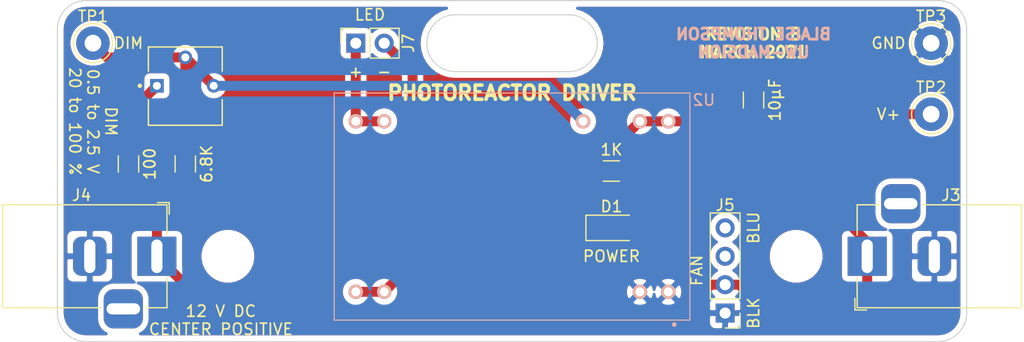
<source format=kicad_pcb>
(kicad_pcb (version 20171130) (host pcbnew 5.1.8+dfsg1-1+b1)

  (general
    (thickness 1.6)
    (drawings 33)
    (tracks 39)
    (zones 0)
    (modules 16)
    (nets 8)
  )

  (page USLetter)
  (title_block
    (title "Digital Photoreactor Driver")
    (date 2021-04-24)
    (rev B)
    (company "University of Wisconsin-Madison")
    (comment 1 "Department of Chemistry")
    (comment 2 "Gellman Group")
    (comment 3 "Philip Lampkin")
    (comment 4 plampkin@wisc.edu)
  )

  (layers
    (0 F.Cu signal)
    (31 B.Cu signal)
    (32 B.Adhes user)
    (33 F.Adhes user)
    (34 B.Paste user)
    (35 F.Paste user)
    (36 B.SilkS user)
    (37 F.SilkS user)
    (38 B.Mask user)
    (39 F.Mask user)
    (40 Dwgs.User user)
    (41 Cmts.User user)
    (42 Eco1.User user)
    (43 Eco2.User user)
    (44 Edge.Cuts user)
    (45 Margin user)
    (46 B.CrtYd user hide)
    (47 F.CrtYd user hide)
    (48 B.Fab user hide)
    (49 F.Fab user hide)
  )

  (setup
    (last_trace_width 0.889)
    (user_trace_width 0.381)
    (user_trace_width 0.889)
    (trace_clearance 0.381)
    (zone_clearance 0.508)
    (zone_45_only no)
    (trace_min 0.2)
    (via_size 0.8)
    (via_drill 0.4)
    (via_min_size 0.4)
    (via_min_drill 0.3)
    (uvia_size 0.3)
    (uvia_drill 0.1)
    (uvias_allowed no)
    (uvia_min_size 0.2)
    (uvia_min_drill 0.1)
    (edge_width 0.1)
    (segment_width 0.2)
    (pcb_text_width 0.3)
    (pcb_text_size 1.5 1.5)
    (mod_edge_width 0.15)
    (mod_text_size 1 1)
    (mod_text_width 0.15)
    (pad_size 1.524 1.524)
    (pad_drill 0.762)
    (pad_to_mask_clearance 0)
    (aux_axis_origin 0 0)
    (grid_origin 146.05 104.14)
    (visible_elements FFFFFF7F)
    (pcbplotparams
      (layerselection 0x010fc_ffffffff)
      (usegerberextensions false)
      (usegerberattributes true)
      (usegerberadvancedattributes true)
      (creategerberjobfile true)
      (excludeedgelayer false)
      (linewidth 0.100000)
      (plotframeref false)
      (viasonmask false)
      (mode 1)
      (useauxorigin false)
      (hpglpennumber 1)
      (hpglpenspeed 20)
      (hpglpendiameter 15.000000)
      (psnegative false)
      (psa4output false)
      (plotreference true)
      (plotvalue true)
      (plotinvisibletext false)
      (padsonsilk false)
      (subtractmaskfromsilk false)
      (outputformat 1)
      (mirror false)
      (drillshape 0)
      (scaleselection 1)
      (outputdirectory "../gerber"))
  )

  (net 0 "")
  (net 1 GND)
  (net 2 +12V)
  (net 3 "Net-(D1-Pad2)")
  (net 4 "Net-(J7-Pad1)")
  (net 5 "Net-(J7-Pad2)")
  (net 6 "Net-(R2-Pad1)")
  (net 7 "Net-(R1-Pad2)")

  (net_class Default "This is the default net class."
    (clearance 0.381)
    (trace_width 0.889)
    (via_dia 0.8)
    (via_drill 0.4)
    (uvia_dia 0.3)
    (uvia_drill 0.1)
    (add_net +12V)
    (add_net GND)
    (add_net "Net-(D1-Pad2)")
    (add_net "Net-(J7-Pad1)")
    (add_net "Net-(J7-Pad2)")
    (add_net "Net-(R1-Pad2)")
    (add_net "Net-(R2-Pad1)")
  )

  (module TestPoint:TestPoint_THTPad_D3.0mm_Drill1.5mm (layer F.Cu) (tedit 5A0F774F) (tstamp 601204F7)
    (at 164.465 82.55)
    (descr "THT pad as test Point, diameter 3.0mm, hole diameter 1.5mm")
    (tags "test point THT pad")
    (path /6018DB07)
    (attr virtual)
    (fp_text reference TP3 (at 0 -2.398) (layer F.SilkS)
      (effects (font (size 1 1) (thickness 0.15)))
    )
    (fp_text value TestPoint (at 0 2.55) (layer F.Fab)
      (effects (font (size 1 1) (thickness 0.15)))
    )
    (fp_circle (center 0 0) (end 2 0) (layer F.CrtYd) (width 0.05))
    (fp_circle (center 0 0) (end 0 1.75) (layer F.SilkS) (width 0.12))
    (fp_text user %R (at 0 -2.4) (layer F.Fab)
      (effects (font (size 1 1) (thickness 0.15)))
    )
    (pad 1 thru_hole circle (at 0 0) (size 3 3) (drill 1.5) (layers *.Cu *.Mask)
      (net 1 GND))
  )

  (module TestPoint:TestPoint_THTPad_D3.0mm_Drill1.5mm (layer F.Cu) (tedit 5A0F774F) (tstamp 601204EF)
    (at 164.465 88.9)
    (descr "THT pad as test Point, diameter 3.0mm, hole diameter 1.5mm")
    (tags "test point THT pad")
    (path /6018D512)
    (attr virtual)
    (fp_text reference TP2 (at 0 -2.398) (layer F.SilkS)
      (effects (font (size 1 1) (thickness 0.15)))
    )
    (fp_text value TestPoint (at 0 2.55) (layer F.Fab)
      (effects (font (size 1 1) (thickness 0.15)))
    )
    (fp_circle (center 0 0) (end 2 0) (layer F.CrtYd) (width 0.05))
    (fp_circle (center 0 0) (end 0 1.75) (layer F.SilkS) (width 0.12))
    (fp_text user %R (at 0 -2.4) (layer F.Fab)
      (effects (font (size 1 1) (thickness 0.15)))
    )
    (pad 1 thru_hole circle (at 0 0) (size 3 3) (drill 1.5) (layers *.Cu *.Mask)
      (net 2 +12V))
  )

  (module TestPoint:TestPoint_THTPad_D3.0mm_Drill1.5mm (layer F.Cu) (tedit 5A0F774F) (tstamp 601204E7)
    (at 89.535 82.55)
    (descr "THT pad as test Point, diameter 3.0mm, hole diameter 1.5mm")
    (tags "test point THT pad")
    (path /6016771D)
    (attr virtual)
    (fp_text reference TP1 (at 0 -2.398) (layer F.SilkS)
      (effects (font (size 1 1) (thickness 0.15)))
    )
    (fp_text value TestPoint (at 0 2.55) (layer F.Fab)
      (effects (font (size 1 1) (thickness 0.15)))
    )
    (fp_circle (center 0 0) (end 2 0) (layer F.CrtYd) (width 0.05))
    (fp_circle (center 0 0) (end 0 1.75) (layer F.SilkS) (width 0.12))
    (fp_text user %R (at 0 -2.4) (layer F.Fab)
      (effects (font (size 1 1) (thickness 0.15)))
    )
    (pad 1 thru_hole circle (at 0 0) (size 3 3) (drill 1.5) (layers *.Cu *.Mask)
      (net 7 "Net-(R1-Pad2)"))
  )

  (module Resistor_SMD:R_1206_3216Metric_Pad1.30x1.75mm_HandSolder (layer F.Cu) (tedit 5F68FEEE) (tstamp 6011ED96)
    (at 92.71 93.345 270)
    (descr "Resistor SMD 1206 (3216 Metric), square (rectangular) end terminal, IPC_7351 nominal with elongated pad for handsoldering. (Body size source: IPC-SM-782 page 72, https://www.pcb-3d.com/wordpress/wp-content/uploads/ipc-sm-782a_amendment_1_and_2.pdf), generated with kicad-footprint-generator")
    (tags "resistor handsolder")
    (path /60156E27)
    (attr smd)
    (fp_text reference R2 (at 1.27 -1.905 90) (layer F.SilkS) hide
      (effects (font (size 1 1) (thickness 0.15)))
    )
    (fp_text value 100 (at 0 1.82 90) (layer F.Fab)
      (effects (font (size 1 1) (thickness 0.15)))
    )
    (fp_line (start -1.6 0.8) (end -1.6 -0.8) (layer F.Fab) (width 0.1))
    (fp_line (start -1.6 -0.8) (end 1.6 -0.8) (layer F.Fab) (width 0.1))
    (fp_line (start 1.6 -0.8) (end 1.6 0.8) (layer F.Fab) (width 0.1))
    (fp_line (start 1.6 0.8) (end -1.6 0.8) (layer F.Fab) (width 0.1))
    (fp_line (start -0.727064 -0.91) (end 0.727064 -0.91) (layer F.SilkS) (width 0.12))
    (fp_line (start -0.727064 0.91) (end 0.727064 0.91) (layer F.SilkS) (width 0.12))
    (fp_line (start -2.45 1.12) (end -2.45 -1.12) (layer F.CrtYd) (width 0.05))
    (fp_line (start -2.45 -1.12) (end 2.45 -1.12) (layer F.CrtYd) (width 0.05))
    (fp_line (start 2.45 -1.12) (end 2.45 1.12) (layer F.CrtYd) (width 0.05))
    (fp_line (start 2.45 1.12) (end -2.45 1.12) (layer F.CrtYd) (width 0.05))
    (fp_text user %R (at 0 0 90) (layer F.Fab)
      (effects (font (size 0.8 0.8) (thickness 0.12)))
    )
    (pad 2 smd roundrect (at 1.55 0 270) (size 1.3 1.75) (layers F.Cu F.Paste F.Mask) (roundrect_rratio 0.1923069230769231)
      (net 1 GND))
    (pad 1 smd roundrect (at -1.55 0 270) (size 1.3 1.75) (layers F.Cu F.Paste F.Mask) (roundrect_rratio 0.1923069230769231)
      (net 6 "Net-(R2-Pad1)"))
    (model ${KISYS3DMOD}/Resistor_SMD.3dshapes/R_1206_3216Metric.wrl
      (at (xyz 0 0 0))
      (scale (xyz 1 1 1))
      (rotate (xyz 0 0 0))
    )
  )

  (module Resistor_SMD:R_1206_3216Metric_Pad1.30x1.75mm_HandSolder (layer F.Cu) (tedit 5F68FEEE) (tstamp 6011ED85)
    (at 97.79 93.345 90)
    (descr "Resistor SMD 1206 (3216 Metric), square (rectangular) end terminal, IPC_7351 nominal with elongated pad for handsoldering. (Body size source: IPC-SM-782 page 72, https://www.pcb-3d.com/wordpress/wp-content/uploads/ipc-sm-782a_amendment_1_and_2.pdf), generated with kicad-footprint-generator")
    (tags "resistor handsolder")
    (path /6015726B)
    (attr smd)
    (fp_text reference R1 (at -1.27 1.905 90) (layer F.SilkS) hide
      (effects (font (size 1 1) (thickness 0.15)))
    )
    (fp_text value 6.8k (at 0 1.82 90) (layer F.Fab)
      (effects (font (size 1 1) (thickness 0.15)))
    )
    (fp_line (start -1.6 0.8) (end -1.6 -0.8) (layer F.Fab) (width 0.1))
    (fp_line (start -1.6 -0.8) (end 1.6 -0.8) (layer F.Fab) (width 0.1))
    (fp_line (start 1.6 -0.8) (end 1.6 0.8) (layer F.Fab) (width 0.1))
    (fp_line (start 1.6 0.8) (end -1.6 0.8) (layer F.Fab) (width 0.1))
    (fp_line (start -0.727064 -0.91) (end 0.727064 -0.91) (layer F.SilkS) (width 0.12))
    (fp_line (start -0.727064 0.91) (end 0.727064 0.91) (layer F.SilkS) (width 0.12))
    (fp_line (start -2.45 1.12) (end -2.45 -1.12) (layer F.CrtYd) (width 0.05))
    (fp_line (start -2.45 -1.12) (end 2.45 -1.12) (layer F.CrtYd) (width 0.05))
    (fp_line (start 2.45 -1.12) (end 2.45 1.12) (layer F.CrtYd) (width 0.05))
    (fp_line (start 2.45 1.12) (end -2.45 1.12) (layer F.CrtYd) (width 0.05))
    (fp_text user %R (at 0 0 90) (layer F.Fab)
      (effects (font (size 0.8 0.8) (thickness 0.12)))
    )
    (pad 2 smd roundrect (at 1.55 0 90) (size 1.3 1.75) (layers F.Cu F.Paste F.Mask) (roundrect_rratio 0.1923069230769231)
      (net 7 "Net-(R1-Pad2)"))
    (pad 1 smd roundrect (at -1.55 0 90) (size 1.3 1.75) (layers F.Cu F.Paste F.Mask) (roundrect_rratio 0.1923069230769231)
      (net 2 +12V))
    (model ${KISYS3DMOD}/Resistor_SMD.3dshapes/R_1206_3216Metric.wrl
      (at (xyz 0 0 0))
      (scale (xyz 1 1 1))
      (rotate (xyz 0 0 0))
    )
  )

  (module Capacitor_SMD:C_1206_3216Metric_Pad1.33x1.80mm_HandSolder (layer F.Cu) (tedit 5F68FEEF) (tstamp 6011E889)
    (at 148.59 87.63 270)
    (descr "Capacitor SMD 1206 (3216 Metric), square (rectangular) end terminal, IPC_7351 nominal with elongated pad for handsoldering. (Body size source: IPC-SM-782 page 76, https://www.pcb-3d.com/wordpress/wp-content/uploads/ipc-sm-782a_amendment_1_and_2.pdf), generated with kicad-footprint-generator")
    (tags "capacitor handsolder")
    (path /600F4EFC)
    (attr smd)
    (fp_text reference C2 (at 0 -1.85 90) (layer F.SilkS) hide
      (effects (font (size 1 1) (thickness 0.15)))
    )
    (fp_text value 10u (at 0 1.85 90) (layer F.Fab)
      (effects (font (size 1 1) (thickness 0.15)))
    )
    (fp_line (start 2.48 1.15) (end -2.48 1.15) (layer F.CrtYd) (width 0.05))
    (fp_line (start 2.48 -1.15) (end 2.48 1.15) (layer F.CrtYd) (width 0.05))
    (fp_line (start -2.48 -1.15) (end 2.48 -1.15) (layer F.CrtYd) (width 0.05))
    (fp_line (start -2.48 1.15) (end -2.48 -1.15) (layer F.CrtYd) (width 0.05))
    (fp_line (start -0.711252 0.91) (end 0.711252 0.91) (layer F.SilkS) (width 0.12))
    (fp_line (start -0.711252 -0.91) (end 0.711252 -0.91) (layer F.SilkS) (width 0.12))
    (fp_line (start 1.6 0.8) (end -1.6 0.8) (layer F.Fab) (width 0.1))
    (fp_line (start 1.6 -0.8) (end 1.6 0.8) (layer F.Fab) (width 0.1))
    (fp_line (start -1.6 -0.8) (end 1.6 -0.8) (layer F.Fab) (width 0.1))
    (fp_line (start -1.6 0.8) (end -1.6 -0.8) (layer F.Fab) (width 0.1))
    (fp_text user %R (at 0 0 90) (layer F.Fab)
      (effects (font (size 0.8 0.8) (thickness 0.12)))
    )
    (pad 1 smd roundrect (at -1.5625 0 270) (size 1.325 1.8) (layers F.Cu F.Paste F.Mask) (roundrect_rratio 0.1886769811320755)
      (net 1 GND))
    (pad 2 smd roundrect (at 1.5625 0 270) (size 1.325 1.8) (layers F.Cu F.Paste F.Mask) (roundrect_rratio 0.1886769811320755)
      (net 2 +12V))
    (model ${KISYS3DMOD}/Capacitor_SMD.3dshapes/C_1206_3216Metric.wrl
      (at (xyz 0 0 0))
      (scale (xyz 1 1 1))
      (rotate (xyz 0 0 0))
    )
  )

  (module footprints:TRIM_3362P-1-202TLF (layer F.Cu) (tedit 6011D7E3) (tstamp 6011E0DE)
    (at 97.79 86.36)
    (path /60152C38)
    (fp_text reference RV1 (at 0 0.635) (layer F.SilkS) hide
      (effects (font (size 1.002756 1.002756) (thickness 0.015)))
    )
    (fp_text value 2.2k (at 8.68646 4.67565) (layer F.Fab)
      (effects (font (size 1.002394 1.002394) (thickness 0.015)))
    )
    (fp_line (start -3.3 3.52) (end -3.3 1.235) (layer F.SilkS) (width 0.127))
    (fp_line (start -3.3 -1.305) (end -3.3 -3.47) (layer F.SilkS) (width 0.127))
    (fp_line (start -3.3 -3.47) (end 3.3 -3.47) (layer F.SilkS) (width 0.127))
    (fp_line (start 3.3 -3.47) (end 3.3 -1.305) (layer F.SilkS) (width 0.127))
    (fp_line (start 3.3 1.235) (end 3.3 3.52) (layer F.SilkS) (width 0.127))
    (fp_line (start 3.55 3.78) (end -3.55 3.78) (layer F.CrtYd) (width 0.05))
    (fp_line (start -3.55 3.78) (end -3.55 -3.72) (layer F.CrtYd) (width 0.05))
    (fp_line (start -3.55 -3.72) (end 3.55 -3.72) (layer F.CrtYd) (width 0.05))
    (fp_line (start 3.55 -3.72) (end 3.55 3.78) (layer F.CrtYd) (width 0.05))
    (fp_line (start -3.3 -3.47) (end 3.3 -3.47) (layer F.Fab) (width 0.127))
    (fp_line (start 3.3 -3.47) (end 3.3 3.53) (layer F.Fab) (width 0.127))
    (fp_line (start 3.3 3.53) (end -3.3 3.53) (layer F.Fab) (width 0.127))
    (fp_line (start -3.3 3.53) (end -3.3 -3.47) (layer F.Fab) (width 0.127))
    (fp_line (start 3.3 3.53) (end -3.3 3.53) (layer F.SilkS) (width 0.127))
    (fp_circle (center -4.064 0) (end -3.964 0) (layer F.SilkS) (width 0.2))
    (pad 1 thru_hole rect (at -2.54 0) (size 1.222 1.222) (drill 0.714) (layers *.Cu *.Mask)
      (net 6 "Net-(R2-Pad1)"))
    (pad 2 thru_hole circle (at 0 -2.54) (size 1.222 1.222) (drill 0.714) (layers *.Cu *.Mask)
      (net 7 "Net-(R1-Pad2)"))
    (pad 3 thru_hole circle (at 2.54 0) (size 1.222 1.222) (drill 0.714) (layers *.Cu *.Mask)
      (net 7 "Net-(R1-Pad2)"))
  )

  (module Resistor_SMD:R_1206_3216Metric_Pad1.30x1.75mm_HandSolder locked (layer F.Cu) (tedit 5F68FEEE) (tstamp 600B7714)
    (at 135.89 93.98)
    (descr "Resistor SMD 1206 (3216 Metric), square (rectangular) end terminal, IPC_7351 nominal with elongated pad for handsoldering. (Body size source: IPC-SM-782 page 72, https://www.pcb-3d.com/wordpress/wp-content/uploads/ipc-sm-782a_amendment_1_and_2.pdf), generated with kicad-footprint-generator")
    (tags "resistor handsolder")
    (path /60212114)
    (attr smd)
    (fp_text reference R5 (at 0 -1.905) (layer F.SilkS) hide
      (effects (font (size 1 1) (thickness 0.15)))
    )
    (fp_text value 1k (at 0 1.82) (layer F.Fab)
      (effects (font (size 1 1) (thickness 0.15)))
    )
    (fp_line (start -1.6 0.8) (end -1.6 -0.8) (layer F.Fab) (width 0.1))
    (fp_line (start -1.6 -0.8) (end 1.6 -0.8) (layer F.Fab) (width 0.1))
    (fp_line (start 1.6 -0.8) (end 1.6 0.8) (layer F.Fab) (width 0.1))
    (fp_line (start 1.6 0.8) (end -1.6 0.8) (layer F.Fab) (width 0.1))
    (fp_line (start -0.727064 -0.91) (end 0.727064 -0.91) (layer F.SilkS) (width 0.12))
    (fp_line (start -0.727064 0.91) (end 0.727064 0.91) (layer F.SilkS) (width 0.12))
    (fp_line (start -2.45 1.12) (end -2.45 -1.12) (layer F.CrtYd) (width 0.05))
    (fp_line (start -2.45 -1.12) (end 2.45 -1.12) (layer F.CrtYd) (width 0.05))
    (fp_line (start 2.45 -1.12) (end 2.45 1.12) (layer F.CrtYd) (width 0.05))
    (fp_line (start 2.45 1.12) (end -2.45 1.12) (layer F.CrtYd) (width 0.05))
    (fp_text user %R (at 0 0) (layer F.Fab)
      (effects (font (size 0.8 0.8) (thickness 0.12)))
    )
    (pad 2 smd roundrect (at 1.55 0) (size 1.3 1.75) (layers F.Cu F.Paste F.Mask) (roundrect_rratio 0.1923069230769231)
      (net 3 "Net-(D1-Pad2)"))
    (pad 1 smd roundrect (at -1.55 0) (size 1.3 1.75) (layers F.Cu F.Paste F.Mask) (roundrect_rratio 0.1923069230769231)
      (net 2 +12V))
    (model ${KISYS3DMOD}/Resistor_SMD.3dshapes/R_1206_3216Metric.wrl
      (at (xyz 0 0 0))
      (scale (xyz 1 1 1))
      (rotate (xyz 0 0 0))
    )
  )

  (module LED_SMD:LED_1206_3216Metric (layer F.Cu) (tedit 5F68FEF1) (tstamp 60096318)
    (at 135.89 99.06)
    (descr "LED SMD 1206 (3216 Metric), square (rectangular) end terminal, IPC_7351 nominal, (Body size source: http://www.tortai-tech.com/upload/download/2011102023233369053.pdf), generated with kicad-footprint-generator")
    (tags LED)
    (path /601595D2)
    (attr smd)
    (fp_text reference D1 (at 0 -1.905) (layer F.SilkS)
      (effects (font (size 1 1) (thickness 0.15)))
    )
    (fp_text value LED (at 0 1.82) (layer F.Fab)
      (effects (font (size 1 1) (thickness 0.15)))
    )
    (fp_line (start 1.6 -0.8) (end -1.2 -0.8) (layer F.Fab) (width 0.1))
    (fp_line (start -1.2 -0.8) (end -1.6 -0.4) (layer F.Fab) (width 0.1))
    (fp_line (start -1.6 -0.4) (end -1.6 0.8) (layer F.Fab) (width 0.1))
    (fp_line (start -1.6 0.8) (end 1.6 0.8) (layer F.Fab) (width 0.1))
    (fp_line (start 1.6 0.8) (end 1.6 -0.8) (layer F.Fab) (width 0.1))
    (fp_line (start 1.6 -1.135) (end -2.285 -1.135) (layer F.SilkS) (width 0.12))
    (fp_line (start -2.285 -1.135) (end -2.285 1.135) (layer F.SilkS) (width 0.12))
    (fp_line (start -2.285 1.135) (end 1.6 1.135) (layer F.SilkS) (width 0.12))
    (fp_line (start -2.28 1.12) (end -2.28 -1.12) (layer F.CrtYd) (width 0.05))
    (fp_line (start -2.28 -1.12) (end 2.28 -1.12) (layer F.CrtYd) (width 0.05))
    (fp_line (start 2.28 -1.12) (end 2.28 1.12) (layer F.CrtYd) (width 0.05))
    (fp_line (start 2.28 1.12) (end -2.28 1.12) (layer F.CrtYd) (width 0.05))
    (fp_text user %R (at 0 0) (layer F.Fab)
      (effects (font (size 0.8 0.8) (thickness 0.12)))
    )
    (pad 2 smd roundrect (at 1.4 0) (size 1.25 1.75) (layers F.Cu F.Paste F.Mask) (roundrect_rratio 0.2)
      (net 3 "Net-(D1-Pad2)"))
    (pad 1 smd roundrect (at -1.4 0) (size 1.25 1.75) (layers F.Cu F.Paste F.Mask) (roundrect_rratio 0.2)
      (net 1 GND))
    (model ${KISYS3DMOD}/LED_SMD.3dshapes/LED_1206_3216Metric.wrl
      (at (xyz 0 0 0))
      (scale (xyz 1 1 1))
      (rotate (xyz 0 0 0))
    )
  )

  (module MountingHole:MountingHole_3.7mm locked (layer F.Cu) (tedit 56D1B4CB) (tstamp 5FEB7DC6)
    (at 152.4 101.6 180)
    (descr "Mounting Hole 3.7mm, no annular")
    (tags "mounting hole 3.7mm no annular")
    (attr virtual)
    (fp_text reference REF** (at 0 -4.7) (layer F.SilkS) hide
      (effects (font (size 1 1) (thickness 0.15)))
    )
    (fp_text value MountingHole_3.7mm (at 0 4.7) (layer F.Fab) hide
      (effects (font (size 1 1) (thickness 0.15)))
    )
    (fp_circle (center 0 0) (end 3.95 0) (layer F.CrtYd) (width 0.05))
    (fp_circle (center 0 0) (end 3.7 0) (layer Cmts.User) (width 0.15))
    (fp_text user %R (at 0.3 0) (layer F.Fab)
      (effects (font (size 1 1) (thickness 0.15)))
    )
    (pad 1 np_thru_hole circle (at 0 0 180) (size 3.7 3.7) (drill 3.7) (layers *.Cu *.Mask))
  )

  (module MountingHole:MountingHole_3.7mm locked (layer F.Cu) (tedit 56D1B4CB) (tstamp 5FECB301)
    (at 101.6 101.6 180)
    (descr "Mounting Hole 3.7mm, no annular")
    (tags "mounting hole 3.7mm no annular")
    (attr virtual)
    (fp_text reference REF** (at 0 -4.7) (layer F.SilkS) hide
      (effects (font (size 1 1) (thickness 0.15)))
    )
    (fp_text value MountingHole_3.7mm (at 0 4.7) (layer F.Fab) hide
      (effects (font (size 1 1) (thickness 0.15)))
    )
    (fp_circle (center 0 0) (end 3.7 0) (layer Cmts.User) (width 0.15))
    (fp_circle (center 0 0) (end 3.95 0) (layer F.CrtYd) (width 0.05))
    (fp_text user %R (at 0.3 0) (layer F.Fab)
      (effects (font (size 1 1) (thickness 0.15)))
    )
    (pad 1 np_thru_hole circle (at 0 0 180) (size 3.7 3.7) (drill 3.7) (layers *.Cu *.Mask))
  )

  (module LDD-1500L:LDD1500L locked (layer B.Cu) (tedit 5FD2F8E2) (tstamp 5FE1C4E6)
    (at 140.97 104.775 90)
    (descr LDD-1500L-2)
    (tags Connector)
    (path /5FD3EABF)
    (fp_text reference U2 (at 17.145 3.175 180) (layer B.SilkS)
      (effects (font (size 1 1) (thickness 0.15)) (justify mirror))
    )
    (fp_text value LDD-1500L (at 7.395 -13.97 270) (layer B.SilkS) hide
      (effects (font (size 1.27 1.27) (thickness 0.254)) (justify mirror))
    )
    (fp_line (start -2.98 0.53) (end -2.98 0.53) (layer B.SilkS) (width 0.3))
    (fp_line (start -2.88 0.53) (end -2.88 0.53) (layer B.SilkS) (width 0.3))
    (fp_line (start -3.98 -30.87) (end -3.98 2.93) (layer Dwgs.User) (width 0.1))
    (fp_line (start 18.77 -30.87) (end -3.98 -30.87) (layer Dwgs.User) (width 0.1))
    (fp_line (start 18.77 2.93) (end 18.77 -30.87) (layer Dwgs.User) (width 0.1))
    (fp_line (start -3.98 2.93) (end 18.77 2.93) (layer Dwgs.User) (width 0.1))
    (fp_line (start -2.53 -29.87) (end -2.53 1.93) (layer B.SilkS) (width 0.1))
    (fp_line (start 17.77 -29.87) (end -2.53 -29.87) (layer B.SilkS) (width 0.1))
    (fp_line (start 17.77 1.93) (end 17.77 -29.87) (layer B.SilkS) (width 0.1))
    (fp_line (start -2.53 1.93) (end 17.77 1.93) (layer B.SilkS) (width 0.1))
    (fp_line (start -2.53 -29.87) (end -2.53 1.93) (layer Dwgs.User) (width 0.2))
    (fp_line (start 17.77 -29.87) (end -2.53 -29.87) (layer Dwgs.User) (width 0.2))
    (fp_line (start 17.77 1.93) (end 17.77 -29.87) (layer Dwgs.User) (width 0.2))
    (fp_line (start -2.53 1.93) (end 17.77 1.93) (layer Dwgs.User) (width 0.2))
    (fp_arc (start -2.93 0.53) (end -2.98 0.53) (angle 180) (layer B.SilkS) (width 0.3))
    (fp_arc (start -2.93 0.53) (end -2.88 0.53) (angle 180) (layer B.SilkS) (width 0.3))
    (pad 24 thru_hole circle (at 15.24 0) (size 1.3 1.3) (drill 0.8) (layers *.Cu *.Mask B.SilkS)
      (net 2 +12V))
    (pad 23 thru_hole circle (at 15.24 -2.54) (size 1.3 1.3) (drill 0.8) (layers *.Cu *.Mask B.SilkS)
      (net 2 +12V))
    (pad 21 thru_hole circle (at 15.24 -7.62) (size 1.3 1.3) (drill 0.8) (layers *.Cu *.Mask B.SilkS)
      (net 7 "Net-(R1-Pad2)"))
    (pad 14 thru_hole circle (at 15.24 -25.4) (size 1.3 1.3) (drill 0.8) (layers *.Cu *.Mask B.SilkS)
      (net 4 "Net-(J7-Pad1)"))
    (pad 13 thru_hole circle (at 15.24 -27.94) (size 1.3 1.3) (drill 0.8) (layers *.Cu *.Mask B.SilkS)
      (net 4 "Net-(J7-Pad1)"))
    (pad 12 thru_hole circle (at 0 -27.94) (size 1.3 1.3) (drill 0.8) (layers *.Cu *.Mask B.SilkS)
      (net 5 "Net-(J7-Pad2)"))
    (pad 11 thru_hole circle (at 0 -25.4) (size 1.3 1.3) (drill 0.8) (layers *.Cu *.Mask B.SilkS)
      (net 5 "Net-(J7-Pad2)"))
    (pad 2 thru_hole circle (at 0 -2.54) (size 1.3 1.3) (drill 0.8) (layers *.Cu *.Mask B.SilkS)
      (net 1 GND))
    (pad 1 thru_hole circle (at 0 0) (size 1.3 1.3) (drill 0.8) (layers *.Cu *.Mask B.SilkS)
      (net 1 GND))
  )

  (module Connector_BarrelJack:BarrelJack_Horizontal (layer F.Cu) (tedit 5A1DBF6A) (tstamp 5FE1BC2E)
    (at 95.25 101.6)
    (descr "DC Barrel Jack")
    (tags "Power Jack")
    (path /5FE1EB67)
    (fp_text reference J4 (at -6.731 -5.461) (layer F.SilkS)
      (effects (font (size 1 1) (thickness 0.15)))
    )
    (fp_text value Barrel_Jack (at -6.2 -5.5) (layer F.Fab)
      (effects (font (size 1 1) (thickness 0.15)))
    )
    (fp_line (start 0 -4.5) (end -13.7 -4.5) (layer F.Fab) (width 0.1))
    (fp_line (start 0.8 4.5) (end 0.8 -3.75) (layer F.Fab) (width 0.1))
    (fp_line (start -13.7 4.5) (end 0.8 4.5) (layer F.Fab) (width 0.1))
    (fp_line (start -13.7 -4.5) (end -13.7 4.5) (layer F.Fab) (width 0.1))
    (fp_line (start -10.2 -4.5) (end -10.2 4.5) (layer F.Fab) (width 0.1))
    (fp_line (start 0.9 -4.6) (end 0.9 -2) (layer F.SilkS) (width 0.12))
    (fp_line (start -13.8 -4.6) (end 0.9 -4.6) (layer F.SilkS) (width 0.12))
    (fp_line (start 0.9 4.6) (end -1 4.6) (layer F.SilkS) (width 0.12))
    (fp_line (start 0.9 1.9) (end 0.9 4.6) (layer F.SilkS) (width 0.12))
    (fp_line (start -13.8 4.6) (end -13.8 -4.6) (layer F.SilkS) (width 0.12))
    (fp_line (start -5 4.6) (end -13.8 4.6) (layer F.SilkS) (width 0.12))
    (fp_line (start -14 4.75) (end -14 -4.75) (layer F.CrtYd) (width 0.05))
    (fp_line (start -5 4.75) (end -14 4.75) (layer F.CrtYd) (width 0.05))
    (fp_line (start -5 6.75) (end -5 4.75) (layer F.CrtYd) (width 0.05))
    (fp_line (start -1 6.75) (end -5 6.75) (layer F.CrtYd) (width 0.05))
    (fp_line (start -1 4.75) (end -1 6.75) (layer F.CrtYd) (width 0.05))
    (fp_line (start 1 4.75) (end -1 4.75) (layer F.CrtYd) (width 0.05))
    (fp_line (start 1 2) (end 1 4.75) (layer F.CrtYd) (width 0.05))
    (fp_line (start 2 2) (end 1 2) (layer F.CrtYd) (width 0.05))
    (fp_line (start 2 -2) (end 2 2) (layer F.CrtYd) (width 0.05))
    (fp_line (start 1 -2) (end 2 -2) (layer F.CrtYd) (width 0.05))
    (fp_line (start 1 -4.5) (end 1 -2) (layer F.CrtYd) (width 0.05))
    (fp_line (start 1 -4.75) (end -14 -4.75) (layer F.CrtYd) (width 0.05))
    (fp_line (start 1 -4.5) (end 1 -4.75) (layer F.CrtYd) (width 0.05))
    (fp_line (start 0.05 -4.8) (end 1.1 -4.8) (layer F.SilkS) (width 0.12))
    (fp_line (start 1.1 -3.75) (end 1.1 -4.8) (layer F.SilkS) (width 0.12))
    (fp_line (start -0.003213 -4.505425) (end 0.8 -3.75) (layer F.Fab) (width 0.1))
    (fp_text user %R (at -3 -2.95) (layer F.Fab)
      (effects (font (size 1 1) (thickness 0.15)))
    )
    (pad 1 thru_hole rect (at 0 0) (size 3.5 3.5) (drill oval 1 3) (layers *.Cu *.Mask)
      (net 2 +12V))
    (pad 2 thru_hole roundrect (at -6 0) (size 3 3.5) (drill oval 1 3) (layers *.Cu *.Mask) (roundrect_rratio 0.25)
      (net 1 GND))
    (pad 3 thru_hole roundrect (at -3 4.7) (size 3.5 3.5) (drill oval 3 1) (layers *.Cu *.Mask) (roundrect_rratio 0.25))
    (model ${KISYS3DMOD}/Connector_BarrelJack.3dshapes/BarrelJack_Horizontal.wrl
      (at (xyz 0 0 0))
      (scale (xyz 1 1 1))
      (rotate (xyz 0 0 0))
    )
  )

  (module Connector_BarrelJack:BarrelJack_Horizontal (layer F.Cu) (tedit 5A1DBF6A) (tstamp 6008C214)
    (at 158.75 101.6 180)
    (descr "DC Barrel Jack")
    (tags "Power Jack")
    (path /5FB80D0D)
    (fp_text reference J3 (at -7.493 5.462) (layer F.SilkS)
      (effects (font (size 1 1) (thickness 0.15)))
    )
    (fp_text value Barrel_Jack (at -6.2 -5.5) (layer F.Fab)
      (effects (font (size 1 1) (thickness 0.15)))
    )
    (fp_line (start -0.003213 -4.505425) (end 0.8 -3.75) (layer F.Fab) (width 0.1))
    (fp_line (start 1.1 -3.75) (end 1.1 -4.8) (layer F.SilkS) (width 0.12))
    (fp_line (start 0.05 -4.8) (end 1.1 -4.8) (layer F.SilkS) (width 0.12))
    (fp_line (start 1 -4.5) (end 1 -4.75) (layer F.CrtYd) (width 0.05))
    (fp_line (start 1 -4.75) (end -14 -4.75) (layer F.CrtYd) (width 0.05))
    (fp_line (start 1 -4.5) (end 1 -2) (layer F.CrtYd) (width 0.05))
    (fp_line (start 1 -2) (end 2 -2) (layer F.CrtYd) (width 0.05))
    (fp_line (start 2 -2) (end 2 2) (layer F.CrtYd) (width 0.05))
    (fp_line (start 2 2) (end 1 2) (layer F.CrtYd) (width 0.05))
    (fp_line (start 1 2) (end 1 4.75) (layer F.CrtYd) (width 0.05))
    (fp_line (start 1 4.75) (end -1 4.75) (layer F.CrtYd) (width 0.05))
    (fp_line (start -1 4.75) (end -1 6.75) (layer F.CrtYd) (width 0.05))
    (fp_line (start -1 6.75) (end -5 6.75) (layer F.CrtYd) (width 0.05))
    (fp_line (start -5 6.75) (end -5 4.75) (layer F.CrtYd) (width 0.05))
    (fp_line (start -5 4.75) (end -14 4.75) (layer F.CrtYd) (width 0.05))
    (fp_line (start -14 4.75) (end -14 -4.75) (layer F.CrtYd) (width 0.05))
    (fp_line (start -5 4.6) (end -13.8 4.6) (layer F.SilkS) (width 0.12))
    (fp_line (start -13.8 4.6) (end -13.8 -4.6) (layer F.SilkS) (width 0.12))
    (fp_line (start 0.9 1.9) (end 0.9 4.6) (layer F.SilkS) (width 0.12))
    (fp_line (start 0.9 4.6) (end -1 4.6) (layer F.SilkS) (width 0.12))
    (fp_line (start -13.8 -4.6) (end 0.9 -4.6) (layer F.SilkS) (width 0.12))
    (fp_line (start 0.9 -4.6) (end 0.9 -2) (layer F.SilkS) (width 0.12))
    (fp_line (start -10.2 -4.5) (end -10.2 4.5) (layer F.Fab) (width 0.1))
    (fp_line (start -13.7 -4.5) (end -13.7 4.5) (layer F.Fab) (width 0.1))
    (fp_line (start -13.7 4.5) (end 0.8 4.5) (layer F.Fab) (width 0.1))
    (fp_line (start 0.8 4.5) (end 0.8 -3.75) (layer F.Fab) (width 0.1))
    (fp_line (start 0 -4.5) (end -13.7 -4.5) (layer F.Fab) (width 0.1))
    (fp_text user %R (at -3 -2.95) (layer F.Fab)
      (effects (font (size 1 1) (thickness 0.15)))
    )
    (pad 3 thru_hole roundrect (at -3 4.7 180) (size 3.5 3.5) (drill oval 3 1) (layers *.Cu *.Mask) (roundrect_rratio 0.25))
    (pad 2 thru_hole roundrect (at -6 0 180) (size 3 3.5) (drill oval 1 3) (layers *.Cu *.Mask) (roundrect_rratio 0.25)
      (net 1 GND))
    (pad 1 thru_hole rect (at 0 0 180) (size 3.5 3.5) (drill oval 1 3) (layers *.Cu *.Mask)
      (net 2 +12V))
    (model ${KISYS3DMOD}/Connector_BarrelJack.3dshapes/BarrelJack_Horizontal.wrl
      (at (xyz 0 0 0))
      (scale (xyz 1 1 1))
      (rotate (xyz 0 0 0))
    )
  )

  (module Connector_PinHeader_2.54mm:PinHeader_1x04_P2.54mm_Vertical (layer F.Cu) (tedit 59FED5CC) (tstamp 5FE1C6BE)
    (at 146.05 106.68 180)
    (descr "Through hole straight pin header, 1x04, 2.54mm pitch, single row")
    (tags "Through hole pin header THT 1x04 2.54mm single row")
    (path /5FDF07F8)
    (fp_text reference J5 (at 0 9.652) (layer F.SilkS)
      (effects (font (size 1 1) (thickness 0.15)))
    )
    (fp_text value Conn_01x04 (at 0 9.95) (layer F.Fab)
      (effects (font (size 1 1) (thickness 0.15)))
    )
    (fp_line (start -0.635 -1.27) (end 1.27 -1.27) (layer F.Fab) (width 0.1))
    (fp_line (start 1.27 -1.27) (end 1.27 8.89) (layer F.Fab) (width 0.1))
    (fp_line (start 1.27 8.89) (end -1.27 8.89) (layer F.Fab) (width 0.1))
    (fp_line (start -1.27 8.89) (end -1.27 -0.635) (layer F.Fab) (width 0.1))
    (fp_line (start -1.27 -0.635) (end -0.635 -1.27) (layer F.Fab) (width 0.1))
    (fp_line (start -1.33 8.95) (end 1.33 8.95) (layer F.SilkS) (width 0.12))
    (fp_line (start -1.33 1.27) (end -1.33 8.95) (layer F.SilkS) (width 0.12))
    (fp_line (start 1.33 1.27) (end 1.33 8.95) (layer F.SilkS) (width 0.12))
    (fp_line (start -1.33 1.27) (end 1.33 1.27) (layer F.SilkS) (width 0.12))
    (fp_line (start -1.33 0) (end -1.33 -1.33) (layer F.SilkS) (width 0.12))
    (fp_line (start -1.33 -1.33) (end 0 -1.33) (layer F.SilkS) (width 0.12))
    (fp_line (start -1.8 -1.8) (end -1.8 9.4) (layer F.CrtYd) (width 0.05))
    (fp_line (start -1.8 9.4) (end 1.8 9.4) (layer F.CrtYd) (width 0.05))
    (fp_line (start 1.8 9.4) (end 1.8 -1.8) (layer F.CrtYd) (width 0.05))
    (fp_line (start 1.8 -1.8) (end -1.8 -1.8) (layer F.CrtYd) (width 0.05))
    (fp_text user %R (at 0 3.81 90) (layer F.Fab)
      (effects (font (size 1 1) (thickness 0.15)))
    )
    (pad 4 thru_hole oval (at 0 7.62 180) (size 1.7 1.7) (drill 1) (layers *.Cu *.Mask))
    (pad 3 thru_hole oval (at 0 5.08 180) (size 1.7 1.7) (drill 1) (layers *.Cu *.Mask))
    (pad 2 thru_hole oval (at 0 2.54 180) (size 1.7 1.7) (drill 1) (layers *.Cu *.Mask)
      (net 2 +12V))
    (pad 1 thru_hole rect (at 0 0 180) (size 1.7 1.7) (drill 1) (layers *.Cu *.Mask)
      (net 1 GND))
    (model ${KISYS3DMOD}/Connector_PinHeader_2.54mm.3dshapes/PinHeader_1x04_P2.54mm_Vertical.wrl
      (at (xyz 0 0 0))
      (scale (xyz 1 1 1))
      (rotate (xyz 0 0 0))
    )
  )

  (module Connector_PinSocket_2.54mm:PinSocket_1x02_P2.54mm_Vertical (layer F.Cu) (tedit 5A19A420) (tstamp 5FE1C72B)
    (at 113.03 82.55 90)
    (descr "Through hole straight socket strip, 1x02, 2.54mm pitch, single row (from Kicad 4.0.7), script generated")
    (tags "Through hole socket strip THT 1x02 2.54mm single row")
    (path /5FB5EC11)
    (fp_text reference J7 (at 0 4.699 90) (layer F.SilkS)
      (effects (font (size 1 1) (thickness 0.15)))
    )
    (fp_text value Conn_01x02 (at 0 5.31 90) (layer F.Fab)
      (effects (font (size 1 1) (thickness 0.15)))
    )
    (fp_line (start -1.8 4.3) (end -1.8 -1.8) (layer F.CrtYd) (width 0.05))
    (fp_line (start 1.75 4.3) (end -1.8 4.3) (layer F.CrtYd) (width 0.05))
    (fp_line (start 1.75 -1.8) (end 1.75 4.3) (layer F.CrtYd) (width 0.05))
    (fp_line (start -1.8 -1.8) (end 1.75 -1.8) (layer F.CrtYd) (width 0.05))
    (fp_line (start 0 -1.33) (end 1.33 -1.33) (layer F.SilkS) (width 0.12))
    (fp_line (start 1.33 -1.33) (end 1.33 0) (layer F.SilkS) (width 0.12))
    (fp_line (start 1.33 1.27) (end 1.33 3.87) (layer F.SilkS) (width 0.12))
    (fp_line (start -1.33 3.87) (end 1.33 3.87) (layer F.SilkS) (width 0.12))
    (fp_line (start -1.33 1.27) (end -1.33 3.87) (layer F.SilkS) (width 0.12))
    (fp_line (start -1.33 1.27) (end 1.33 1.27) (layer F.SilkS) (width 0.12))
    (fp_line (start -1.27 3.81) (end -1.27 -1.27) (layer F.Fab) (width 0.1))
    (fp_line (start 1.27 3.81) (end -1.27 3.81) (layer F.Fab) (width 0.1))
    (fp_line (start 1.27 -0.635) (end 1.27 3.81) (layer F.Fab) (width 0.1))
    (fp_line (start 0.635 -1.27) (end 1.27 -0.635) (layer F.Fab) (width 0.1))
    (fp_line (start -1.27 -1.27) (end 0.635 -1.27) (layer F.Fab) (width 0.1))
    (fp_text user %R (at 0 1.27) (layer F.Fab)
      (effects (font (size 1 1) (thickness 0.15)))
    )
    (pad 1 thru_hole rect (at 0 0 90) (size 1.7 1.7) (drill 1) (layers *.Cu *.Mask)
      (net 4 "Net-(J7-Pad1)"))
    (pad 2 thru_hole oval (at 0 2.54 90) (size 1.7 1.7) (drill 1) (layers *.Cu *.Mask)
      (net 5 "Net-(J7-Pad2)"))
    (model ${KISYS3DMOD}/Connector_PinSocket_2.54mm.3dshapes/PinSocket_1x02_P2.54mm_Vertical.wrl
      (at (xyz 0 0 0))
      (scale (xyz 1 1 1))
      (rotate (xyz 0 0 0))
    )
  )

  (gr_text 10μF (at 150.495 87.63 90) (layer F.SilkS) (tstamp 60425657)
    (effects (font (size 1 1) (thickness 0.15875)))
  )
  (gr_text 1K (at 135.89 92.075) (layer F.SilkS) (tstamp 604254DD)
    (effects (font (size 1 1) (thickness 0.15875)))
  )
  (gr_text 6.8K (at 99.695 93.345 90) (layer F.SilkS) (tstamp 603FF2F7)
    (effects (font (size 1 1) (thickness 0.15875)))
  )
  (gr_text 100 (at 94.615 93.345 90) (layer F.SilkS) (tstamp 603FF2E2)
    (effects (font (size 1 1) (thickness 0.15875)))
  )
  (gr_text BLU (at 148.59 99.06 90) (layer F.SilkS) (tstamp 603FEE63)
    (effects (font (size 1 1) (thickness 0.15)))
  )
  (gr_text "BLAISE THOMPSON\nUW-MADSION" (at 148.59 82.55) (layer B.SilkS) (tstamp 603FEB30)
    (effects (font (size 1 1) (thickness 0.25)) (justify mirror))
  )
  (gr_text "DIM\n0.5 to 2.5 V\n20 to 100 %" (at 89.535 89.535 270) (layer F.SilkS)
    (effects (font (size 1 1) (thickness 0.15)))
  )
  (gr_text DIM (at 92.71 82.55) (layer F.SilkS) (tstamp 60144D91)
    (effects (font (size 1 1) (thickness 0.15)))
  )
  (gr_text V+ (at 160.655 88.9) (layer F.SilkS) (tstamp 60144D4B)
    (effects (font (size 1 1) (thickness 0.15)))
  )
  (gr_text GND (at 160.655 82.55) (layer F.SilkS)
    (effects (font (size 1 1) (thickness 0.15)))
  )
  (gr_text FAN (at 143.51 102.87 90) (layer F.SilkS) (tstamp 600F4C1E)
    (effects (font (size 1 1) (thickness 0.15)))
  )
  (gr_text BLK (at 148.59 106.68 90) (layer F.SilkS)
    (effects (font (size 1 1) (thickness 0.15)))
  )
  (gr_text + (at 113.03 85.09) (layer F.SilkS)
    (effects (font (size 1 1) (thickness 0.15)))
  )
  (gr_text - (at 115.57 85.09) (layer F.SilkS)
    (effects (font (size 1 1) (thickness 0.15)))
  )
  (gr_text POWER (at 135.89 101.6) (layer F.SilkS)
    (effects (font (size 1 1) (thickness 0.15)))
  )
  (gr_text "12 V DC\nCENTER POSITIVE" (at 100.965 107.315) (layer F.SilkS)
    (effects (font (size 1 1) (thickness 0.15)))
  )
  (gr_text "PHOTOREACTOR DRIVER" (at 127 86.995) (layer F.SilkS)
    (effects (font (size 1.27 1.27) (thickness 0.3175)))
  )
  (gr_text LED (at 114.3 80.01) (layer F.SilkS) (tstamp 600968B5)
    (effects (font (size 1 1) (thickness 0.15)))
  )
  (gr_arc (start 121.92 82.55) (end 119.38 82.55) (angle -90) (layer Edge.Cuts) (width 0.1) (tstamp 6008D904))
  (gr_line (start 165.1 78.74) (end 88.9 78.74) (layer Edge.Cuts) (width 0.1) (tstamp 6008D917))
  (gr_arc (start 121.92 82.55) (end 121.92 80.01) (angle -90) (layer Edge.Cuts) (width 0.1) (tstamp 6008D904))
  (gr_arc (start 132.08 82.55) (end 134.62 82.55) (angle -90) (layer Edge.Cuts) (width 0.1) (tstamp 6008D904))
  (gr_arc (start 132.08 82.55) (end 132.08 85.09) (angle -90) (layer Edge.Cuts) (width 0.1) (tstamp 6008D904))
  (gr_line (start 132.08 80.01) (end 121.92 80.01) (layer Edge.Cuts) (width 0.1) (tstamp 6008D8FD))
  (gr_line (start 132.08 85.09) (end 121.92 85.09) (layer Edge.Cuts) (width 0.1))
  (gr_line (start 165.1 109.22) (end 88.9 109.22) (layer Edge.Cuts) (width 0.1) (tstamp 6008D8C4))
  (gr_line (start 86.36 81.28) (end 86.36 106.68) (layer Edge.Cuts) (width 0.1) (tstamp 6008D5B5))
  (gr_line (start 167.64 106.68) (end 167.64 81.28) (layer Edge.Cuts) (width 0.1) (tstamp 6008D5B4))
  (gr_arc (start 88.9 81.28) (end 88.9 78.74) (angle -90) (layer Edge.Cuts) (width 0.1) (tstamp 6008D5B1))
  (gr_arc (start 88.9 106.68) (end 86.36 106.68) (angle -90) (layer Edge.Cuts) (width 0.1))
  (gr_arc (start 165.1 106.68) (end 165.1 109.22) (angle -90) (layer Edge.Cuts) (width 0.1))
  (gr_arc (start 165.1 81.28) (end 167.64 81.28) (angle -90) (layer Edge.Cuts) (width 0.1))
  (gr_text "REVISION B\nMARCH 2021" (at 148.59 82.55) (layer F.SilkS) (tstamp 5FE1CECA)
    (effects (font (size 1 1) (thickness 0.25)))
  )

  (segment (start 158.75 101.6) (end 158.75 102.87) (width 0.889) (layer F.Cu) (net 2))
  (segment (start 154.09 93.63) (end 154.09 95.67) (width 0.889) (layer F.Cu) (net 2))
  (segment (start 158.75 100.33) (end 158.75 101.6) (width 0.889) (layer F.Cu) (net 2))
  (segment (start 154.09 95.67) (end 158.75 100.33) (width 0.889) (layer F.Cu) (net 2))
  (segment (start 138.43 89.535) (end 140.97 89.535) (width 0.889) (layer F.Cu) (net 2))
  (segment (start 149.995 89.535) (end 154.09 93.63) (width 0.889) (layer F.Cu) (net 2))
  (segment (start 140.97 89.535) (end 149.995 89.535) (width 0.889) (layer F.Cu) (net 2))
  (segment (start 144.78 104.14) (end 146.05 104.14) (width 0.889) (layer F.Cu) (net 2))
  (segment (start 142.24 106.68) (end 144.78 104.14) (width 0.889) (layer F.Cu) (net 2))
  (segment (start 100.33 106.68) (end 142.24 106.68) (width 0.889) (layer F.Cu) (net 2))
  (segment (start 95.25 101.6) (end 100.33 106.68) (width 0.889) (layer F.Cu) (net 2))
  (segment (start 134.34 93.625) (end 138.43 89.535) (width 0.889) (layer F.Cu) (net 2))
  (segment (start 134.34 93.98) (end 134.34 93.625) (width 0.889) (layer F.Cu) (net 2))
  (segment (start 156.21 106.68) (end 158.75 104.14) (width 0.889) (layer F.Cu) (net 2))
  (segment (start 149.86 106.68) (end 156.21 106.68) (width 0.889) (layer F.Cu) (net 2))
  (segment (start 158.75 104.14) (end 158.75 101.6) (width 0.889) (layer F.Cu) (net 2))
  (segment (start 147.32 104.14) (end 149.86 106.68) (width 0.889) (layer F.Cu) (net 2))
  (segment (start 146.05 104.14) (end 147.32 104.14) (width 0.889) (layer F.Cu) (net 2))
  (segment (start 95.25 97.435) (end 97.79 94.895) (width 0.889) (layer F.Cu) (net 2))
  (segment (start 95.25 101.6) (end 95.25 97.435) (width 0.889) (layer F.Cu) (net 2))
  (segment (start 154.09 93.63) (end 154.09 93.56) (width 0.889) (layer F.Cu) (net 2))
  (segment (start 158.75 88.9) (end 164.465 88.9) (width 0.889) (layer F.Cu) (net 2))
  (segment (start 154.09 93.56) (end 158.75 88.9) (width 0.889) (layer F.Cu) (net 2))
  (segment (start 137.29 94.13) (end 137.44 93.98) (width 0.889) (layer F.Cu) (net 3))
  (segment (start 137.29 99.06) (end 137.29 94.13) (width 0.889) (layer F.Cu) (net 3))
  (segment (start 113.03 82.55) (end 113.03 89.535) (width 0.889) (layer F.Cu) (net 4))
  (segment (start 113.03 89.535) (end 115.57 89.535) (width 0.889) (layer F.Cu) (net 4))
  (segment (start 118.11 102.235) (end 115.57 104.775) (width 0.889) (layer F.Cu) (net 5))
  (segment (start 118.11 85.09) (end 118.11 102.235) (width 0.889) (layer F.Cu) (net 5))
  (segment (start 115.57 82.55) (end 118.11 85.09) (width 0.889) (layer F.Cu) (net 5))
  (segment (start 115.57 104.775) (end 113.03 104.775) (width 0.889) (layer F.Cu) (net 5))
  (segment (start 95.25 86.36) (end 92.71 88.9) (width 0.889) (layer F.Cu) (net 6))
  (segment (start 92.71 88.9) (end 92.71 91.795) (width 0.889) (layer F.Cu) (net 6))
  (segment (start 90.805 83.82) (end 89.535 82.55) (width 0.889) (layer F.Cu) (net 7))
  (segment (start 97.79 83.82) (end 90.805 83.82) (width 0.889) (layer F.Cu) (net 7))
  (segment (start 97.79 83.82) (end 100.33 86.36) (width 0.889) (layer F.Cu) (net 7))
  (segment (start 130.175 86.36) (end 133.35 89.535) (width 0.889) (layer B.Cu) (net 7))
  (segment (start 100.33 86.36) (end 130.175 86.36) (width 0.889) (layer B.Cu) (net 7))
  (segment (start 97.79 83.82) (end 97.79 91.795) (width 0.889) (layer F.Cu) (net 7))

  (zone (net 1) (net_name GND) (layer F.Cu) (tstamp 60144E8D) (hatch edge 0.508)
    (connect_pads (clearance 0.508))
    (min_thickness 0.254)
    (fill yes (arc_segments 32) (thermal_gap 0.508) (thermal_bridge_width 0.508))
    (polygon
      (pts
        (xy 167.64 109.22) (xy 86.36 109.22) (xy 86.36 78.74) (xy 167.64 78.74)
      )
    )
    (filled_polygon
      (pts
        (xy 120.73315 79.554102) (xy 120.675896 79.57817) (xy 120.618352 79.601419) (xy 120.609907 79.605909) (xy 120.173847 79.841686)
        (xy 120.122384 79.876398) (xy 120.070427 79.910398) (xy 120.063015 79.916443) (xy 119.681055 80.232427) (xy 119.637308 80.276481)
        (xy 119.59295 80.319919) (xy 119.586853 80.327289) (xy 119.273543 80.711445) (xy 119.239192 80.763148) (xy 119.20411 80.814384)
        (xy 119.199561 80.822797) (xy 118.966834 81.260493) (xy 118.943171 81.317903) (xy 118.918718 81.374958) (xy 118.915889 81.384094)
        (xy 118.77261 81.858659) (xy 118.760548 81.919577) (xy 118.747643 81.980289) (xy 118.746643 81.9898) (xy 118.698269 82.483156)
        (xy 118.698269 82.513086) (xy 118.695038 82.542831) (xy 118.695004 82.552395) (xy 118.695066 82.570127) (xy 118.69809 82.599896)
        (xy 118.697881 82.629815) (xy 118.698814 82.639334) (xy 118.750632 83.13234) (xy 118.763109 83.193121) (xy 118.774749 83.254142)
        (xy 118.777513 83.263298) (xy 118.924103 83.736851) (xy 118.948167 83.794097) (xy 118.971419 83.851648) (xy 118.975907 83.860089)
        (xy 118.975909 83.860094) (xy 118.975912 83.860098) (xy 119.211686 84.296153) (xy 119.246398 84.347616) (xy 119.280398 84.399573)
        (xy 119.286443 84.406985) (xy 119.602427 84.788945) (xy 119.6465 84.832712) (xy 119.68992 84.87705) (xy 119.697289 84.883147)
        (xy 120.081445 85.196457) (xy 120.133148 85.230808) (xy 120.184384 85.26589) (xy 120.192797 85.270439) (xy 120.630493 85.503166)
        (xy 120.687882 85.52682) (xy 120.744958 85.551283) (xy 120.754095 85.554111) (xy 121.228659 85.69739) (xy 121.289577 85.709452)
        (xy 121.350289 85.722357) (xy 121.359801 85.723357) (xy 121.853156 85.771731) (xy 121.853163 85.771731) (xy 121.886353 85.775)
        (xy 132.113647 85.775) (xy 132.144018 85.772009) (xy 132.159815 85.772119) (xy 132.169334 85.771186) (xy 132.66234 85.719368)
        (xy 132.723121 85.706891) (xy 132.784142 85.695251) (xy 132.793298 85.692487) (xy 133.266851 85.545897) (xy 133.324097 85.521833)
        (xy 133.381648 85.498581) (xy 133.390089 85.494093) (xy 133.390094 85.494091) (xy 133.390098 85.494088) (xy 133.554862 85.405)
        (xy 147.051928 85.405) (xy 147.055 85.78175) (xy 147.21375 85.9405) (xy 148.463 85.9405) (xy 148.463 84.92875)
        (xy 148.717 84.92875) (xy 148.717 85.9405) (xy 149.96625 85.9405) (xy 150.125 85.78175) (xy 150.128072 85.405)
        (xy 150.115812 85.280518) (xy 150.079502 85.16082) (xy 150.020537 85.050506) (xy 149.941185 84.953815) (xy 149.844494 84.874463)
        (xy 149.73418 84.815498) (xy 149.614482 84.779188) (xy 149.49 84.766928) (xy 148.87575 84.77) (xy 148.717 84.92875)
        (xy 148.463 84.92875) (xy 148.30425 84.77) (xy 147.69 84.766928) (xy 147.565518 84.779188) (xy 147.44582 84.815498)
        (xy 147.335506 84.874463) (xy 147.238815 84.953815) (xy 147.159463 85.050506) (xy 147.100498 85.16082) (xy 147.064188 85.280518)
        (xy 147.051928 85.405) (xy 133.554862 85.405) (xy 133.826153 85.258314) (xy 133.877616 85.223602) (xy 133.929573 85.189602)
        (xy 133.936985 85.183557) (xy 134.318945 84.867573) (xy 134.362712 84.8235) (xy 134.40705 84.78008) (xy 134.413147 84.772711)
        (xy 134.726457 84.388555) (xy 134.760808 84.336852) (xy 134.79589 84.285616) (xy 134.800439 84.277203) (xy 134.925683 84.041653)
        (xy 163.152952 84.041653) (xy 163.308962 84.357214) (xy 163.683745 84.54802) (xy 164.088551 84.662044) (xy 164.507824 84.694902)
        (xy 164.925451 84.645334) (xy 165.325383 84.515243) (xy 165.621038 84.357214) (xy 165.777048 84.041653) (xy 164.465 82.729605)
        (xy 163.152952 84.041653) (xy 134.925683 84.041653) (xy 135.033166 83.839507) (xy 135.05682 83.782118) (xy 135.081283 83.725042)
        (xy 135.084111 83.715905) (xy 135.22739 83.241341) (xy 135.239452 83.180423) (xy 135.252357 83.119711) (xy 135.253357 83.110199)
        (xy 135.301731 82.616844) (xy 135.301731 82.592824) (xy 162.320098 82.592824) (xy 162.369666 83.010451) (xy 162.499757 83.410383)
        (xy 162.657786 83.706038) (xy 162.973347 83.862048) (xy 164.285395 82.55) (xy 164.644605 82.55) (xy 165.956653 83.862048)
        (xy 166.272214 83.706038) (xy 166.46302 83.331255) (xy 166.577044 82.926449) (xy 166.609902 82.507176) (xy 166.560334 82.089549)
        (xy 166.430243 81.689617) (xy 166.272214 81.393962) (xy 165.956653 81.237952) (xy 164.644605 82.55) (xy 164.285395 82.55)
        (xy 162.973347 81.237952) (xy 162.657786 81.393962) (xy 162.46698 81.768745) (xy 162.352956 82.173551) (xy 162.320098 82.592824)
        (xy 135.301731 82.592824) (xy 135.301731 82.586914) (xy 135.304962 82.557169) (xy 135.304996 82.547605) (xy 135.304934 82.529873)
        (xy 135.30191 82.500104) (xy 135.302119 82.470185) (xy 135.301186 82.460666) (xy 135.249369 81.96766) (xy 135.236886 81.906849)
        (xy 135.225251 81.845858) (xy 135.222487 81.836702) (xy 135.075898 81.36315) (xy 135.05183 81.305896) (xy 135.028581 81.248352)
        (xy 135.024091 81.239907) (xy 134.925922 81.058347) (xy 163.152952 81.058347) (xy 164.465 82.370395) (xy 165.777048 81.058347)
        (xy 165.621038 80.742786) (xy 165.246255 80.55198) (xy 164.841449 80.437956) (xy 164.422176 80.405098) (xy 164.004549 80.454666)
        (xy 163.604617 80.584757) (xy 163.308962 80.742786) (xy 163.152952 81.058347) (xy 134.925922 81.058347) (xy 134.788314 80.803847)
        (xy 134.753602 80.752384) (xy 134.719602 80.700427) (xy 134.713557 80.693015) (xy 134.397573 80.311055) (xy 134.353519 80.267308)
        (xy 134.310081 80.22295) (xy 134.302711 80.216853) (xy 133.918555 79.903543) (xy 133.866852 79.869192) (xy 133.815616 79.83411)
        (xy 133.807203 79.829561) (xy 133.369507 79.596834) (xy 133.312097 79.573171) (xy 133.255042 79.548718) (xy 133.245906 79.545889)
        (xy 132.845501 79.425) (xy 165.066496 79.425) (xy 165.459668 79.463551) (xy 165.805634 79.568004) (xy 166.124724 79.737667)
        (xy 166.404781 79.966076) (xy 166.635141 80.244534) (xy 166.807027 80.56243) (xy 166.913893 80.907658) (xy 166.955001 81.298763)
        (xy 166.955 106.646495) (xy 166.916449 107.039667) (xy 166.811996 107.385635) (xy 166.642333 107.704724) (xy 166.413924 107.984781)
        (xy 166.135466 108.215141) (xy 165.81757 108.387027) (xy 165.47234 108.493894) (xy 165.081238 108.535) (xy 93.774926 108.535)
        (xy 93.965618 108.433073) (xy 94.194903 108.244903) (xy 94.383073 108.015618) (xy 94.522896 107.754028) (xy 94.608999 107.470186)
        (xy 94.638072 107.175) (xy 94.638072 105.425) (xy 94.608999 105.129814) (xy 94.522896 104.845972) (xy 94.383073 104.584382)
        (xy 94.194903 104.355097) (xy 93.965618 104.166927) (xy 93.704028 104.027104) (xy 93.575357 103.988072) (xy 96.111429 103.988072)
        (xy 99.529182 107.405826) (xy 99.562985 107.447015) (xy 99.604174 107.480818) (xy 99.604175 107.480819) (xy 99.690627 107.551768)
        (xy 99.72736 107.581914) (xy 99.914894 107.682153) (xy 100.092048 107.735892) (xy 100.118381 107.74388) (xy 100.33 107.764723)
        (xy 100.383029 107.7595) (xy 142.186971 107.7595) (xy 142.24 107.764723) (xy 142.293029 107.7595) (xy 142.451619 107.74388)
        (xy 142.655106 107.682153) (xy 142.84264 107.581914) (xy 142.905897 107.53) (xy 144.561928 107.53) (xy 144.574188 107.654482)
        (xy 144.610498 107.77418) (xy 144.669463 107.884494) (xy 144.748815 107.981185) (xy 144.845506 108.060537) (xy 144.95582 108.119502)
        (xy 145.075518 108.155812) (xy 145.2 108.168072) (xy 145.76425 108.165) (xy 145.923 108.00625) (xy 145.923 106.807)
        (xy 146.177 106.807) (xy 146.177 108.00625) (xy 146.33575 108.165) (xy 146.9 108.168072) (xy 147.024482 108.155812)
        (xy 147.14418 108.119502) (xy 147.254494 108.060537) (xy 147.351185 107.981185) (xy 147.430537 107.884494) (xy 147.489502 107.77418)
        (xy 147.525812 107.654482) (xy 147.538072 107.53) (xy 147.535 106.96575) (xy 147.37625 106.807) (xy 146.177 106.807)
        (xy 145.923 106.807) (xy 144.72375 106.807) (xy 144.565 106.96575) (xy 144.561928 107.53) (xy 142.905897 107.53)
        (xy 143.007015 107.447015) (xy 143.040827 107.405815) (xy 144.562224 105.884418) (xy 144.565 106.39425) (xy 144.72375 106.553)
        (xy 145.923 106.553) (xy 145.923 106.533) (xy 146.177 106.533) (xy 146.177 106.553) (xy 147.37625 106.553)
        (xy 147.535 106.39425) (xy 147.537776 105.884418) (xy 149.059178 107.405821) (xy 149.092985 107.447015) (xy 149.25736 107.581914)
        (xy 149.444894 107.682153) (xy 149.648381 107.74388) (xy 149.806971 107.7595) (xy 149.806978 107.7595) (xy 149.859999 107.764722)
        (xy 149.913021 107.7595) (xy 156.156971 107.7595) (xy 156.21 107.764723) (xy 156.263029 107.7595) (xy 156.421619 107.74388)
        (xy 156.625106 107.682153) (xy 156.81264 107.581914) (xy 156.977015 107.447015) (xy 157.010827 107.405815) (xy 159.475821 104.940822)
        (xy 159.517015 104.907015) (xy 159.651914 104.74264) (xy 159.752153 104.555106) (xy 159.81388 104.351619) (xy 159.8295 104.193029)
        (xy 159.8295 104.193022) (xy 159.834722 104.140001) (xy 159.8295 104.086979) (xy 159.8295 103.988072) (xy 160.5 103.988072)
        (xy 160.624482 103.975812) (xy 160.74418 103.939502) (xy 160.854494 103.880537) (xy 160.951185 103.801185) (xy 161.030537 103.704494)
        (xy 161.089502 103.59418) (xy 161.125812 103.474482) (xy 161.138072 103.35) (xy 162.611928 103.35) (xy 162.624188 103.474482)
        (xy 162.660498 103.59418) (xy 162.719463 103.704494) (xy 162.798815 103.801185) (xy 162.895506 103.880537) (xy 163.00582 103.939502)
        (xy 163.125518 103.975812) (xy 163.25 103.988072) (xy 164.46425 103.985) (xy 164.623 103.82625) (xy 164.623 101.727)
        (xy 164.877 101.727) (xy 164.877 103.82625) (xy 165.03575 103.985) (xy 166.25 103.988072) (xy 166.374482 103.975812)
        (xy 166.49418 103.939502) (xy 166.604494 103.880537) (xy 166.701185 103.801185) (xy 166.780537 103.704494) (xy 166.839502 103.59418)
        (xy 166.875812 103.474482) (xy 166.888072 103.35) (xy 166.885 101.88575) (xy 166.72625 101.727) (xy 164.877 101.727)
        (xy 164.623 101.727) (xy 162.77375 101.727) (xy 162.615 101.88575) (xy 162.611928 103.35) (xy 161.138072 103.35)
        (xy 161.138072 99.85) (xy 162.611928 99.85) (xy 162.615 101.31425) (xy 162.77375 101.473) (xy 164.623 101.473)
        (xy 164.623 99.37375) (xy 164.877 99.37375) (xy 164.877 101.473) (xy 166.72625 101.473) (xy 166.885 101.31425)
        (xy 166.888072 99.85) (xy 166.875812 99.725518) (xy 166.839502 99.60582) (xy 166.780537 99.495506) (xy 166.701185 99.398815)
        (xy 166.604494 99.319463) (xy 166.49418 99.260498) (xy 166.374482 99.224188) (xy 166.25 99.211928) (xy 165.03575 99.215)
        (xy 164.877 99.37375) (xy 164.623 99.37375) (xy 164.46425 99.215) (xy 163.25 99.211928) (xy 163.125518 99.224188)
        (xy 163.00582 99.260498) (xy 162.895506 99.319463) (xy 162.798815 99.398815) (xy 162.719463 99.495506) (xy 162.660498 99.60582)
        (xy 162.624188 99.725518) (xy 162.611928 99.85) (xy 161.138072 99.85) (xy 161.125812 99.725518) (xy 161.089502 99.60582)
        (xy 161.030537 99.495506) (xy 160.951185 99.398815) (xy 160.854494 99.319463) (xy 160.777869 99.278506) (xy 160.875 99.288072)
        (xy 162.625 99.288072) (xy 162.920186 99.258999) (xy 163.204028 99.172896) (xy 163.465618 99.033073) (xy 163.694903 98.844903)
        (xy 163.883073 98.615618) (xy 164.022896 98.354028) (xy 164.108999 98.070186) (xy 164.138072 97.775) (xy 164.138072 96.025)
        (xy 164.108999 95.729814) (xy 164.022896 95.445972) (xy 163.883073 95.184382) (xy 163.694903 94.955097) (xy 163.465618 94.766927)
        (xy 163.204028 94.627104) (xy 162.920186 94.541001) (xy 162.625 94.511928) (xy 160.875 94.511928) (xy 160.579814 94.541001)
        (xy 160.295972 94.627104) (xy 160.034382 94.766927) (xy 159.805097 94.955097) (xy 159.616927 95.184382) (xy 159.477104 95.445972)
        (xy 159.391001 95.729814) (xy 159.361928 96.025) (xy 159.361928 97.775) (xy 159.391001 98.070186) (xy 159.477104 98.354028)
        (xy 159.616927 98.615618) (xy 159.805097 98.844903) (xy 160.034382 99.033073) (xy 160.295972 99.172896) (xy 160.424643 99.211928)
        (xy 159.158571 99.211928) (xy 155.1695 95.222858) (xy 155.1695 94.007142) (xy 159.197143 89.9795) (xy 162.618556 89.9795)
        (xy 162.806637 90.260983) (xy 163.104017 90.558363) (xy 163.453698 90.792012) (xy 163.842244 90.952953) (xy 164.254721 91.035)
        (xy 164.675279 91.035) (xy 165.087756 90.952953) (xy 165.476302 90.792012) (xy 165.825983 90.558363) (xy 166.123363 90.260983)
        (xy 166.357012 89.911302) (xy 166.517953 89.522756) (xy 166.6 89.110279) (xy 166.6 88.689721) (xy 166.517953 88.277244)
        (xy 166.357012 87.888698) (xy 166.123363 87.539017) (xy 165.825983 87.241637) (xy 165.476302 87.007988) (xy 165.087756 86.847047)
        (xy 164.675279 86.765) (xy 164.254721 86.765) (xy 163.842244 86.847047) (xy 163.453698 87.007988) (xy 163.104017 87.241637)
        (xy 162.806637 87.539017) (xy 162.618556 87.8205) (xy 158.803021 87.8205) (xy 158.749999 87.815278) (xy 158.696978 87.8205)
        (xy 158.696971 87.8205) (xy 158.538381 87.83612) (xy 158.334894 87.897847) (xy 158.14736 87.998086) (xy 157.982985 88.132985)
        (xy 157.949178 88.174179) (xy 154.055001 92.068357) (xy 150.795827 88.809185) (xy 150.762015 88.767985) (xy 150.59764 88.633086)
        (xy 150.410106 88.532847) (xy 150.206619 88.47112) (xy 150.065656 88.457236) (xy 150.060472 88.440148) (xy 149.978405 88.286612)
        (xy 149.867963 88.152037) (xy 149.733388 88.041595) (xy 149.579852 87.959528) (xy 149.413257 87.908992) (xy 149.240003 87.891928)
        (xy 147.939997 87.891928) (xy 147.766743 87.908992) (xy 147.600148 87.959528) (xy 147.446612 88.041595) (xy 147.312037 88.152037)
        (xy 147.201595 88.286612) (xy 147.119528 88.440148) (xy 147.114871 88.4555) (xy 141.667354 88.4555) (xy 141.578676 88.396247)
        (xy 141.344821 88.299381) (xy 141.096561 88.25) (xy 140.843439 88.25) (xy 140.595179 88.299381) (xy 140.361324 88.396247)
        (xy 140.272646 88.4555) (xy 139.127354 88.4555) (xy 139.038676 88.396247) (xy 138.804821 88.299381) (xy 138.556561 88.25)
        (xy 138.303439 88.25) (xy 138.055179 88.299381) (xy 137.821324 88.396247) (xy 137.61086 88.536875) (xy 137.431875 88.71586)
        (xy 137.291247 88.926324) (xy 137.194381 89.160179) (xy 137.173574 89.264783) (xy 133.97143 92.466928) (xy 133.939999 92.466928)
        (xy 133.766745 92.483992) (xy 133.600149 92.534528) (xy 133.446613 92.616595) (xy 133.312038 92.727038) (xy 133.201595 92.861613)
        (xy 133.119528 93.015149) (xy 133.068992 93.181745) (xy 133.051928 93.354999) (xy 133.051928 94.605001) (xy 133.068992 94.778255)
        (xy 133.119528 94.944851) (xy 133.201595 95.098387) (xy 133.312038 95.232962) (xy 133.446613 95.343405) (xy 133.600149 95.425472)
        (xy 133.766745 95.476008) (xy 133.939999 95.493072) (xy 134.740001 95.493072) (xy 134.913255 95.476008) (xy 135.079851 95.425472)
        (xy 135.233387 95.343405) (xy 135.367962 95.232962) (xy 135.478405 95.098387) (xy 135.560472 94.944851) (xy 135.611008 94.778255)
        (xy 135.628072 94.605001) (xy 135.628072 93.86357) (xy 136.153598 93.338044) (xy 136.151928 93.354999) (xy 136.151928 94.605001)
        (xy 136.168992 94.778255) (xy 136.210501 94.915092) (xy 136.2105 97.9003) (xy 136.176595 97.941614) (xy 136.094528 98.09515)
        (xy 136.043992 98.261746) (xy 136.026928 98.435) (xy 136.026928 99.685) (xy 136.043992 99.858254) (xy 136.094528 100.02485)
        (xy 136.176595 100.178386) (xy 136.287038 100.312962) (xy 136.421614 100.423405) (xy 136.57515 100.505472) (xy 136.741746 100.556008)
        (xy 136.915 100.573072) (xy 137.665 100.573072) (xy 137.838254 100.556008) (xy 138.00485 100.505472) (xy 138.158386 100.423405)
        (xy 138.292962 100.312962) (xy 138.403405 100.178386) (xy 138.485472 100.02485) (xy 138.536008 99.858254) (xy 138.553072 99.685)
        (xy 138.553072 98.435) (xy 138.536008 98.261746) (xy 138.485472 98.09515) (xy 138.403405 97.941614) (xy 138.3695 97.9003)
        (xy 138.3695 95.313768) (xy 138.467962 95.232962) (xy 138.578405 95.098387) (xy 138.660472 94.944851) (xy 138.711008 94.778255)
        (xy 138.728072 94.605001) (xy 138.728072 93.354999) (xy 138.711008 93.181745) (xy 138.660472 93.015149) (xy 138.578405 92.861613)
        (xy 138.467962 92.727038) (xy 138.333387 92.616595) (xy 138.179851 92.534528) (xy 138.013255 92.483992) (xy 137.840001 92.466928)
        (xy 137.039999 92.466928) (xy 137.023045 92.468598) (xy 138.700217 90.791426) (xy 138.804821 90.770619) (xy 139.038676 90.673753)
        (xy 139.127354 90.6145) (xy 140.272646 90.6145) (xy 140.361324 90.673753) (xy 140.595179 90.770619) (xy 140.843439 90.82)
        (xy 141.096561 90.82) (xy 141.344821 90.770619) (xy 141.578676 90.673753) (xy 141.667354 90.6145) (xy 149.547858 90.6145)
        (xy 153.0105 94.077144) (xy 153.010501 95.616961) (xy 153.005277 95.67) (xy 153.02612 95.881618) (xy 153.084945 96.075537)
        (xy 153.087848 96.085106) (xy 153.188087 96.27264) (xy 153.322986 96.437015) (xy 153.36418 96.470822) (xy 156.441388 99.54803)
        (xy 156.410498 99.60582) (xy 156.374188 99.725518) (xy 156.361928 99.85) (xy 156.361928 103.35) (xy 156.374188 103.474482)
        (xy 156.410498 103.59418) (xy 156.469463 103.704494) (xy 156.548815 103.801185) (xy 156.645506 103.880537) (xy 156.75582 103.939502)
        (xy 156.875518 103.975812) (xy 157 103.988072) (xy 157.375285 103.988072) (xy 155.762858 105.6005) (xy 150.307143 105.6005)
        (xy 148.120827 103.414185) (xy 148.087015 103.372985) (xy 147.92264 103.238086) (xy 147.735106 103.137847) (xy 147.531619 103.07612)
        (xy 147.373029 103.0605) (xy 147.32 103.055277) (xy 147.266971 103.0605) (xy 147.070607 103.0605) (xy 146.996632 102.986525)
        (xy 146.82224 102.87) (xy 146.996632 102.753475) (xy 147.203475 102.546632) (xy 147.36599 102.303411) (xy 147.477932 102.033158)
        (xy 147.535 101.74626) (xy 147.535 101.45374) (xy 147.515409 101.355249) (xy 149.915 101.355249) (xy 149.915 101.844751)
        (xy 150.010497 102.324848) (xy 150.197821 102.777089) (xy 150.469774 103.184095) (xy 150.815905 103.530226) (xy 151.222911 103.802179)
        (xy 151.675152 103.989503) (xy 152.155249 104.085) (xy 152.644751 104.085) (xy 153.124848 103.989503) (xy 153.577089 103.802179)
        (xy 153.984095 103.530226) (xy 154.330226 103.184095) (xy 154.602179 102.777089) (xy 154.789503 102.324848) (xy 154.885 101.844751)
        (xy 154.885 101.355249) (xy 154.789503 100.875152) (xy 154.602179 100.422911) (xy 154.330226 100.015905) (xy 153.984095 99.669774)
        (xy 153.577089 99.397821) (xy 153.124848 99.210497) (xy 152.644751 99.115) (xy 152.155249 99.115) (xy 151.675152 99.210497)
        (xy 151.222911 99.397821) (xy 150.815905 99.669774) (xy 150.469774 100.015905) (xy 150.197821 100.422911) (xy 150.010497 100.875152)
        (xy 149.915 101.355249) (xy 147.515409 101.355249) (xy 147.477932 101.166842) (xy 147.36599 100.896589) (xy 147.203475 100.653368)
        (xy 146.996632 100.446525) (xy 146.82224 100.33) (xy 146.996632 100.213475) (xy 147.203475 100.006632) (xy 147.36599 99.763411)
        (xy 147.477932 99.493158) (xy 147.535 99.20626) (xy 147.535 98.91374) (xy 147.477932 98.626842) (xy 147.36599 98.356589)
        (xy 147.203475 98.113368) (xy 146.996632 97.906525) (xy 146.753411 97.74401) (xy 146.483158 97.632068) (xy 146.19626 97.575)
        (xy 145.90374 97.575) (xy 145.616842 97.632068) (xy 145.346589 97.74401) (xy 145.103368 97.906525) (xy 144.896525 98.113368)
        (xy 144.73401 98.356589) (xy 144.622068 98.626842) (xy 144.565 98.91374) (xy 144.565 99.20626) (xy 144.622068 99.493158)
        (xy 144.73401 99.763411) (xy 144.896525 100.006632) (xy 145.103368 100.213475) (xy 145.27776 100.33) (xy 145.103368 100.446525)
        (xy 144.896525 100.653368) (xy 144.73401 100.896589) (xy 144.622068 101.166842) (xy 144.565 101.45374) (xy 144.565 101.74626)
        (xy 144.622068 102.033158) (xy 144.73401 102.303411) (xy 144.896525 102.546632) (xy 145.103368 102.753475) (xy 145.27776 102.87)
        (xy 145.103368 102.986525) (xy 145.029393 103.0605) (xy 144.833021 103.0605) (xy 144.779999 103.055278) (xy 144.726978 103.0605)
        (xy 144.726971 103.0605) (xy 144.568381 103.07612) (xy 144.364894 103.137847) (xy 144.17736 103.238086) (xy 144.012985 103.372985)
        (xy 143.979178 103.414179) (xy 142.185282 105.208076) (xy 142.190095 105.197626) (xy 142.249102 104.951476) (xy 142.258952 104.698545)
        (xy 142.21927 104.448551) (xy 142.131578 104.211104) (xy 142.084201 104.122466) (xy 141.855527 104.069078) (xy 141.149605 104.775)
        (xy 141.163748 104.789143) (xy 140.984143 104.968748) (xy 140.97 104.954605) (xy 140.955858 104.968748) (xy 140.776253 104.789143)
        (xy 140.790395 104.775) (xy 140.084473 104.069078) (xy 139.855799 104.122466) (xy 139.749905 104.352374) (xy 139.698224 104.567962)
        (xy 139.67927 104.448551) (xy 139.591578 104.211104) (xy 139.544201 104.122466) (xy 139.315527 104.069078) (xy 138.609605 104.775)
        (xy 138.623748 104.789143) (xy 138.444143 104.968748) (xy 138.43 104.954605) (xy 138.415858 104.968748) (xy 138.236253 104.789143)
        (xy 138.250395 104.775) (xy 137.544473 104.069078) (xy 137.315799 104.122466) (xy 137.209905 104.352374) (xy 137.150898 104.598524)
        (xy 137.141048 104.851455) (xy 137.18073 105.101449) (xy 137.268422 105.338896) (xy 137.315799 105.427534) (xy 137.544471 105.480921)
        (xy 137.427602 105.59779) (xy 137.430312 105.6005) (xy 116.561765 105.6005) (xy 116.568125 105.59414) (xy 116.708753 105.383676)
        (xy 116.805619 105.149821) (xy 116.826426 105.045216) (xy 117.982169 103.889473) (xy 137.724078 103.889473) (xy 138.43 104.595395)
        (xy 139.135922 103.889473) (xy 140.264078 103.889473) (xy 140.97 104.595395) (xy 141.675922 103.889473) (xy 141.622534 103.660799)
        (xy 141.392626 103.554905) (xy 141.146476 103.495898) (xy 140.893545 103.486048) (xy 140.643551 103.52573) (xy 140.406104 103.613422)
        (xy 140.317466 103.660799) (xy 140.264078 103.889473) (xy 139.135922 103.889473) (xy 139.082534 103.660799) (xy 138.852626 103.554905)
        (xy 138.606476 103.495898) (xy 138.353545 103.486048) (xy 138.103551 103.52573) (xy 137.866104 103.613422) (xy 137.777466 103.660799)
        (xy 137.724078 103.889473) (xy 117.982169 103.889473) (xy 118.835821 103.035822) (xy 118.877015 103.002015) (xy 119.011914 102.83764)
        (xy 119.112153 102.650106) (xy 119.17388 102.446619) (xy 119.1895 102.288029) (xy 119.1895 102.288022) (xy 119.194722 102.235001)
        (xy 119.1895 102.181979) (xy 119.1895 99.935) (xy 133.226928 99.935) (xy 133.239188 100.059482) (xy 133.275498 100.17918)
        (xy 133.334463 100.289494) (xy 133.413815 100.386185) (xy 133.510506 100.465537) (xy 133.62082 100.524502) (xy 133.740518 100.560812)
        (xy 133.865 100.573072) (xy 134.20425 100.57) (xy 134.363 100.41125) (xy 134.363 99.187) (xy 134.617 99.187)
        (xy 134.617 100.41125) (xy 134.77575 100.57) (xy 135.115 100.573072) (xy 135.239482 100.560812) (xy 135.35918 100.524502)
        (xy 135.469494 100.465537) (xy 135.566185 100.386185) (xy 135.645537 100.289494) (xy 135.704502 100.17918) (xy 135.740812 100.059482)
        (xy 135.753072 99.935) (xy 135.75 99.34575) (xy 135.59125 99.187) (xy 134.617 99.187) (xy 134.363 99.187)
        (xy 133.38875 99.187) (xy 133.23 99.34575) (xy 133.226928 99.935) (xy 119.1895 99.935) (xy 119.1895 98.185)
        (xy 133.226928 98.185) (xy 133.23 98.77425) (xy 133.38875 98.933) (xy 134.363 98.933) (xy 134.363 97.70875)
        (xy 134.617 97.70875) (xy 134.617 98.933) (xy 135.59125 98.933) (xy 135.75 98.77425) (xy 135.753072 98.185)
        (xy 135.740812 98.060518) (xy 135.704502 97.94082) (xy 135.645537 97.830506) (xy 135.566185 97.733815) (xy 135.469494 97.654463)
        (xy 135.35918 97.595498) (xy 135.239482 97.559188) (xy 135.115 97.546928) (xy 134.77575 97.55) (xy 134.617 97.70875)
        (xy 134.363 97.70875) (xy 134.20425 97.55) (xy 133.865 97.546928) (xy 133.740518 97.559188) (xy 133.62082 97.595498)
        (xy 133.510506 97.654463) (xy 133.413815 97.733815) (xy 133.334463 97.830506) (xy 133.275498 97.94082) (xy 133.239188 98.060518)
        (xy 133.226928 98.185) (xy 119.1895 98.185) (xy 119.1895 89.408439) (xy 132.065 89.408439) (xy 132.065 89.661561)
        (xy 132.114381 89.909821) (xy 132.211247 90.143676) (xy 132.351875 90.35414) (xy 132.53086 90.533125) (xy 132.741324 90.673753)
        (xy 132.975179 90.770619) (xy 133.223439 90.82) (xy 133.476561 90.82) (xy 133.724821 90.770619) (xy 133.958676 90.673753)
        (xy 134.16914 90.533125) (xy 134.348125 90.35414) (xy 134.488753 90.143676) (xy 134.585619 89.909821) (xy 134.635 89.661561)
        (xy 134.635 89.408439) (xy 134.585619 89.160179) (xy 134.488753 88.926324) (xy 134.348125 88.71586) (xy 134.16914 88.536875)
        (xy 133.958676 88.396247) (xy 133.724821 88.299381) (xy 133.476561 88.25) (xy 133.223439 88.25) (xy 132.975179 88.299381)
        (xy 132.741324 88.396247) (xy 132.53086 88.536875) (xy 132.351875 88.71586) (xy 132.211247 88.926324) (xy 132.114381 89.160179)
        (xy 132.065 89.408439) (xy 119.1895 89.408439) (xy 119.1895 86.73) (xy 147.051928 86.73) (xy 147.064188 86.854482)
        (xy 147.100498 86.97418) (xy 147.159463 87.084494) (xy 147.238815 87.181185) (xy 147.335506 87.260537) (xy 147.44582 87.319502)
        (xy 147.565518 87.355812) (xy 147.69 87.368072) (xy 148.30425 87.365) (xy 148.463 87.20625) (xy 148.463 86.1945)
        (xy 148.717 86.1945) (xy 148.717 87.20625) (xy 148.87575 87.365) (xy 149.49 87.368072) (xy 149.614482 87.355812)
        (xy 149.73418 87.319502) (xy 149.844494 87.260537) (xy 149.941185 87.181185) (xy 150.020537 87.084494) (xy 150.079502 86.97418)
        (xy 150.115812 86.854482) (xy 150.128072 86.73) (xy 150.125 86.35325) (xy 149.96625 86.1945) (xy 148.717 86.1945)
        (xy 148.463 86.1945) (xy 147.21375 86.1945) (xy 147.055 86.35325) (xy 147.051928 86.73) (xy 119.1895 86.73)
        (xy 119.1895 85.143021) (xy 119.194722 85.089999) (xy 119.1895 85.036978) (xy 119.1895 85.036971) (xy 119.17388 84.878381)
        (xy 119.112153 84.674894) (xy 119.011914 84.48736) (xy 118.877015 84.322985) (xy 118.835821 84.289178) (xy 117.055 82.508358)
        (xy 117.055 82.40374) (xy 116.997932 82.116842) (xy 116.88599 81.846589) (xy 116.723475 81.603368) (xy 116.516632 81.396525)
        (xy 116.273411 81.23401) (xy 116.003158 81.122068) (xy 115.71626 81.065) (xy 115.42374 81.065) (xy 115.136842 81.122068)
        (xy 114.866589 81.23401) (xy 114.623368 81.396525) (xy 114.491513 81.52838) (xy 114.469502 81.45582) (xy 114.410537 81.345506)
        (xy 114.331185 81.248815) (xy 114.234494 81.169463) (xy 114.12418 81.110498) (xy 114.004482 81.074188) (xy 113.88 81.061928)
        (xy 112.18 81.061928) (xy 112.055518 81.074188) (xy 111.93582 81.110498) (xy 111.825506 81.169463) (xy 111.728815 81.248815)
        (xy 111.649463 81.345506) (xy 111.590498 81.45582) (xy 111.554188 81.575518) (xy 111.541928 81.7) (xy 111.541928 83.4)
        (xy 111.554188 83.524482) (xy 111.590498 83.64418) (xy 111.649463 83.754494) (xy 111.728815 83.851185) (xy 111.825506 83.930537)
        (xy 111.93582 83.989502) (xy 111.9505 83.993955) (xy 111.950501 88.837645) (xy 111.891247 88.926324) (xy 111.794381 89.160179)
        (xy 111.745 89.408439) (xy 111.745 89.661561) (xy 111.794381 89.909821) (xy 111.891247 90.143676) (xy 112.031875 90.35414)
        (xy 112.21086 90.533125) (xy 112.421324 90.673753) (xy 112.655179 90.770619) (xy 112.903439 90.82) (xy 113.156561 90.82)
        (xy 113.404821 90.770619) (xy 113.638676 90.673753) (xy 113.727354 90.6145) (xy 114.872646 90.6145) (xy 114.961324 90.673753)
        (xy 115.195179 90.770619) (xy 115.443439 90.82) (xy 115.696561 90.82) (xy 115.944821 90.770619) (xy 116.178676 90.673753)
        (xy 116.38914 90.533125) (xy 116.568125 90.35414) (xy 116.708753 90.143676) (xy 116.805619 89.909821) (xy 116.855 89.661561)
        (xy 116.855 89.408439) (xy 116.805619 89.160179) (xy 116.708753 88.926324) (xy 116.568125 88.71586) (xy 116.38914 88.536875)
        (xy 116.178676 88.396247) (xy 115.944821 88.299381) (xy 115.696561 88.25) (xy 115.443439 88.25) (xy 115.195179 88.299381)
        (xy 114.961324 88.396247) (xy 114.872646 88.4555) (xy 114.1095 88.4555) (xy 114.1095 83.993955) (xy 114.12418 83.989502)
        (xy 114.234494 83.930537) (xy 114.331185 83.851185) (xy 114.410537 83.754494) (xy 114.469502 83.64418) (xy 114.491513 83.57162)
        (xy 114.623368 83.703475) (xy 114.866589 83.86599) (xy 115.136842 83.977932) (xy 115.42374 84.035) (xy 115.528358 84.035)
        (xy 117.0305 85.537143) (xy 117.030501 101.787856) (xy 115.299784 103.518574) (xy 115.195179 103.539381) (xy 114.961324 103.636247)
        (xy 114.872646 103.6955) (xy 113.727354 103.6955) (xy 113.638676 103.636247) (xy 113.404821 103.539381) (xy 113.156561 103.49)
        (xy 112.903439 103.49) (xy 112.655179 103.539381) (xy 112.421324 103.636247) (xy 112.21086 103.776875) (xy 112.031875 103.95586)
        (xy 111.891247 104.166324) (xy 111.794381 104.400179) (xy 111.745 104.648439) (xy 111.745 104.901561) (xy 111.794381 105.149821)
        (xy 111.891247 105.383676) (xy 112.031875 105.59414) (xy 112.038235 105.6005) (xy 100.777144 105.6005) (xy 97.638072 102.461429)
        (xy 97.638072 101.355249) (xy 99.115 101.355249) (xy 99.115 101.844751) (xy 99.210497 102.324848) (xy 99.397821 102.777089)
        (xy 99.669774 103.184095) (xy 100.015905 103.530226) (xy 100.422911 103.802179) (xy 100.875152 103.989503) (xy 101.355249 104.085)
        (xy 101.844751 104.085) (xy 102.324848 103.989503) (xy 102.777089 103.802179) (xy 103.184095 103.530226) (xy 103.530226 103.184095)
        (xy 103.802179 102.777089) (xy 103.989503 102.324848) (xy 104.085 101.844751) (xy 104.085 101.355249) (xy 103.989503 100.875152)
        (xy 103.802179 100.422911) (xy 103.530226 100.015905) (xy 103.184095 99.669774) (xy 102.777089 99.397821) (xy 102.324848 99.210497)
        (xy 101.844751 99.115) (xy 101.355249 99.115) (xy 100.875152 99.210497) (xy 100.422911 99.397821) (xy 100.015905 99.669774)
        (xy 99.669774 100.015905) (xy 99.397821 100.422911) (xy 99.210497 100.875152) (xy 99.115 101.355249) (xy 97.638072 101.355249)
        (xy 97.638072 99.85) (xy 97.625812 99.725518) (xy 97.589502 99.60582) (xy 97.530537 99.495506) (xy 97.451185 99.398815)
        (xy 97.354494 99.319463) (xy 97.24418 99.260498) (xy 97.124482 99.224188) (xy 97 99.211928) (xy 96.3295 99.211928)
        (xy 96.3295 97.882142) (xy 98.028571 96.183072) (xy 98.415001 96.183072) (xy 98.588255 96.166008) (xy 98.754851 96.115472)
        (xy 98.908387 96.033405) (xy 99.042962 95.922962) (xy 99.153405 95.788387) (xy 99.235472 95.634851) (xy 99.286008 95.468255)
        (xy 99.303072 95.295001) (xy 99.303072 94.494999) (xy 99.286008 94.321745) (xy 99.235472 94.155149) (xy 99.153405 94.001613)
        (xy 99.042962 93.867038) (xy 98.908387 93.756595) (xy 98.754851 93.674528) (xy 98.588255 93.623992) (xy 98.415001 93.606928)
        (xy 97.164999 93.606928) (xy 96.991745 93.623992) (xy 96.825149 93.674528) (xy 96.671613 93.756595) (xy 96.537038 93.867038)
        (xy 96.426595 94.001613) (xy 96.344528 94.155149) (xy 96.293992 94.321745) (xy 96.276928 94.494999) (xy 96.276928 94.881429)
        (xy 94.52418 96.634178) (xy 94.482986 96.667985) (xy 94.348087 96.83236) (xy 94.247848 97.019894) (xy 94.247847 97.019896)
        (xy 94.18612 97.223382) (xy 94.165277 97.435) (xy 94.170501 97.488039) (xy 94.170501 99.211928) (xy 93.5 99.211928)
        (xy 93.375518 99.224188) (xy 93.25582 99.260498) (xy 93.145506 99.319463) (xy 93.048815 99.398815) (xy 92.969463 99.495506)
        (xy 92.910498 99.60582) (xy 92.874188 99.725518) (xy 92.861928 99.85) (xy 92.861928 103.35) (xy 92.874188 103.474482)
        (xy 92.910498 103.59418) (xy 92.969463 103.704494) (xy 93.048815 103.801185) (xy 93.145506 103.880537) (xy 93.222131 103.921494)
        (xy 93.125 103.911928) (xy 91.375 103.911928) (xy 91.079814 103.941001) (xy 90.795972 104.027104) (xy 90.534382 104.166927)
        (xy 90.305097 104.355097) (xy 90.116927 104.584382) (xy 89.977104 104.845972) (xy 89.891001 105.129814) (xy 89.861928 105.425)
        (xy 89.861928 107.175) (xy 89.891001 107.470186) (xy 89.977104 107.754028) (xy 90.116927 108.015618) (xy 90.305097 108.244903)
        (xy 90.534382 108.433073) (xy 90.725074 108.535) (xy 88.933505 108.535) (xy 88.540333 108.496449) (xy 88.194365 108.391996)
        (xy 87.875276 108.222333) (xy 87.595219 107.993924) (xy 87.364859 107.715466) (xy 87.192973 107.39757) (xy 87.086106 107.05234)
        (xy 87.045 106.661238) (xy 87.045 103.35) (xy 87.111928 103.35) (xy 87.124188 103.474482) (xy 87.160498 103.59418)
        (xy 87.219463 103.704494) (xy 87.298815 103.801185) (xy 87.395506 103.880537) (xy 87.50582 103.939502) (xy 87.625518 103.975812)
        (xy 87.75 103.988072) (xy 88.96425 103.985) (xy 89.123 103.82625) (xy 89.123 101.727) (xy 89.377 101.727)
        (xy 89.377 103.82625) (xy 89.53575 103.985) (xy 90.75 103.988072) (xy 90.874482 103.975812) (xy 90.99418 103.939502)
        (xy 91.104494 103.880537) (xy 91.201185 103.801185) (xy 91.280537 103.704494) (xy 91.339502 103.59418) (xy 91.375812 103.474482)
        (xy 91.388072 103.35) (xy 91.385 101.88575) (xy 91.22625 101.727) (xy 89.377 101.727) (xy 89.123 101.727)
        (xy 87.27375 101.727) (xy 87.115 101.88575) (xy 87.111928 103.35) (xy 87.045 103.35) (xy 87.045 99.85)
        (xy 87.111928 99.85) (xy 87.115 101.31425) (xy 87.27375 101.473) (xy 89.123 101.473) (xy 89.123 99.37375)
        (xy 89.377 99.37375) (xy 89.377 101.473) (xy 91.22625 101.473) (xy 91.385 101.31425) (xy 91.388072 99.85)
        (xy 91.375812 99.725518) (xy 91.339502 99.60582) (xy 91.280537 99.495506) (xy 91.201185 99.398815) (xy 91.104494 99.319463)
        (xy 90.99418 99.260498) (xy 90.874482 99.224188) (xy 90.75 99.211928) (xy 89.53575 99.215) (xy 89.377 99.37375)
        (xy 89.123 99.37375) (xy 88.96425 99.215) (xy 87.75 99.211928) (xy 87.625518 99.224188) (xy 87.50582 99.260498)
        (xy 87.395506 99.319463) (xy 87.298815 99.398815) (xy 87.219463 99.495506) (xy 87.160498 99.60582) (xy 87.124188 99.725518)
        (xy 87.111928 99.85) (xy 87.045 99.85) (xy 87.045 95.545) (xy 91.196928 95.545) (xy 91.209188 95.669482)
        (xy 91.245498 95.78918) (xy 91.304463 95.899494) (xy 91.383815 95.996185) (xy 91.480506 96.075537) (xy 91.59082 96.134502)
        (xy 91.710518 96.170812) (xy 91.835 96.183072) (xy 92.42425 96.18) (xy 92.583 96.02125) (xy 92.583 95.022)
        (xy 92.837 95.022) (xy 92.837 96.02125) (xy 92.99575 96.18) (xy 93.585 96.183072) (xy 93.709482 96.170812)
        (xy 93.82918 96.134502) (xy 93.939494 96.075537) (xy 94.036185 95.996185) (xy 94.115537 95.899494) (xy 94.174502 95.78918)
        (xy 94.210812 95.669482) (xy 94.223072 95.545) (xy 94.22 95.18075) (xy 94.06125 95.022) (xy 92.837 95.022)
        (xy 92.583 95.022) (xy 91.35875 95.022) (xy 91.2 95.18075) (xy 91.196928 95.545) (xy 87.045 95.545)
        (xy 87.045 94.245) (xy 91.196928 94.245) (xy 91.2 94.60925) (xy 91.35875 94.768) (xy 92.583 94.768)
        (xy 92.583 93.76875) (xy 92.837 93.76875) (xy 92.837 94.768) (xy 94.06125 94.768) (xy 94.22 94.60925)
        (xy 94.223072 94.245) (xy 94.210812 94.120518) (xy 94.174502 94.00082) (xy 94.115537 93.890506) (xy 94.036185 93.793815)
        (xy 93.939494 93.714463) (xy 93.82918 93.655498) (xy 93.709482 93.619188) (xy 93.585 93.606928) (xy 92.99575 93.61)
        (xy 92.837 93.76875) (xy 92.583 93.76875) (xy 92.42425 93.61) (xy 91.835 93.606928) (xy 91.710518 93.619188)
        (xy 91.59082 93.655498) (xy 91.480506 93.714463) (xy 91.383815 93.793815) (xy 91.304463 93.890506) (xy 91.245498 94.00082)
        (xy 91.209188 94.120518) (xy 91.196928 94.245) (xy 87.045 94.245) (xy 87.045 91.394999) (xy 91.196928 91.394999)
        (xy 91.196928 92.195001) (xy 91.213992 92.368255) (xy 91.264528 92.534851) (xy 91.346595 92.688387) (xy 91.457038 92.822962)
        (xy 91.591613 92.933405) (xy 91.745149 93.015472) (xy 91.911745 93.066008) (xy 92.084999 93.083072) (xy 93.335001 93.083072)
        (xy 93.508255 93.066008) (xy 93.674851 93.015472) (xy 93.828387 92.933405) (xy 93.962962 92.822962) (xy 94.073405 92.688387)
        (xy 94.155472 92.534851) (xy 94.206008 92.368255) (xy 94.223072 92.195001) (xy 94.223072 91.394999) (xy 94.206008 91.221745)
        (xy 94.155472 91.055149) (xy 94.073405 90.901613) (xy 93.962962 90.767038) (xy 93.828387 90.656595) (xy 93.7895 90.635809)
        (xy 93.7895 89.347142) (xy 95.527571 87.609072) (xy 95.861 87.609072) (xy 95.985482 87.596812) (xy 96.10518 87.560502)
        (xy 96.215494 87.501537) (xy 96.312185 87.422185) (xy 96.391537 87.325494) (xy 96.450502 87.21518) (xy 96.486812 87.095482)
        (xy 96.499072 86.971) (xy 96.499072 85.749) (xy 96.486812 85.624518) (xy 96.450502 85.50482) (xy 96.391537 85.394506)
        (xy 96.312185 85.297815) (xy 96.215494 85.218463) (xy 96.10518 85.159498) (xy 95.985482 85.123188) (xy 95.861 85.110928)
        (xy 94.639 85.110928) (xy 94.514518 85.123188) (xy 94.39482 85.159498) (xy 94.284506 85.218463) (xy 94.187815 85.297815)
        (xy 94.108463 85.394506) (xy 94.049498 85.50482) (xy 94.013188 85.624518) (xy 94.000928 85.749) (xy 94.000928 86.082429)
        (xy 91.984185 88.099173) (xy 91.942985 88.132985) (xy 91.808086 88.29736) (xy 91.707847 88.484895) (xy 91.707847 88.484896)
        (xy 91.64612 88.688382) (xy 91.625277 88.9) (xy 91.6305 88.953029) (xy 91.630501 90.635809) (xy 91.591613 90.656595)
        (xy 91.457038 90.767038) (xy 91.346595 90.901613) (xy 91.264528 91.055149) (xy 91.213992 91.221745) (xy 91.196928 91.394999)
        (xy 87.045 91.394999) (xy 87.045 82.339721) (xy 87.4 82.339721) (xy 87.4 82.760279) (xy 87.482047 83.172756)
        (xy 87.642988 83.561302) (xy 87.876637 83.910983) (xy 88.174017 84.208363) (xy 88.523698 84.442012) (xy 88.912244 84.602953)
        (xy 89.324721 84.685) (xy 89.745279 84.685) (xy 90.076983 84.61902) (xy 90.20236 84.721914) (xy 90.389894 84.822153)
        (xy 90.593381 84.88388) (xy 90.751971 84.8995) (xy 90.751978 84.8995) (xy 90.804999 84.904722) (xy 90.858021 84.8995)
        (xy 96.7105 84.8995) (xy 96.710501 90.635809) (xy 96.671613 90.656595) (xy 96.537038 90.767038) (xy 96.426595 90.901613)
        (xy 96.344528 91.055149) (xy 96.293992 91.221745) (xy 96.276928 91.394999) (xy 96.276928 92.195001) (xy 96.293992 92.368255)
        (xy 96.344528 92.534851) (xy 96.426595 92.688387) (xy 96.537038 92.822962) (xy 96.671613 92.933405) (xy 96.825149 93.015472)
        (xy 96.991745 93.066008) (xy 97.164999 93.083072) (xy 98.415001 93.083072) (xy 98.588255 93.066008) (xy 98.754851 93.015472)
        (xy 98.908387 92.933405) (xy 99.042962 92.822962) (xy 99.153405 92.688387) (xy 99.235472 92.534851) (xy 99.286008 92.368255)
        (xy 99.303072 92.195001) (xy 99.303072 91.394999) (xy 99.286008 91.221745) (xy 99.235472 91.055149) (xy 99.153405 90.901613)
        (xy 99.042962 90.767038) (xy 98.908387 90.656595) (xy 98.8695 90.635809) (xy 98.8695 86.426143) (xy 99.123213 86.679855)
        (xy 99.131883 86.723445) (xy 99.225809 86.950202) (xy 99.362168 87.154279) (xy 99.535721 87.327832) (xy 99.739798 87.464191)
        (xy 99.966555 87.558117) (xy 100.20728 87.606) (xy 100.45272 87.606) (xy 100.693445 87.558117) (xy 100.920202 87.464191)
        (xy 101.124279 87.327832) (xy 101.297832 87.154279) (xy 101.434191 86.950202) (xy 101.528117 86.723445) (xy 101.576 86.48272)
        (xy 101.576 86.23728) (xy 101.528117 85.996555) (xy 101.434191 85.769798) (xy 101.297832 85.565721) (xy 101.124279 85.392168)
        (xy 100.920202 85.255809) (xy 100.693445 85.161883) (xy 100.649855 85.153213) (xy 98.996788 83.500145) (xy 98.988117 83.456555)
        (xy 98.894191 83.229798) (xy 98.757832 83.025721) (xy 98.584279 82.852168) (xy 98.380202 82.715809) (xy 98.153445 82.621883)
        (xy 97.91272 82.574) (xy 97.66728 82.574) (xy 97.426555 82.621883) (xy 97.199798 82.715809) (xy 97.162845 82.7405)
        (xy 91.67 82.7405) (xy 91.67 82.339721) (xy 91.587953 81.927244) (xy 91.427012 81.538698) (xy 91.193363 81.189017)
        (xy 90.895983 80.891637) (xy 90.546302 80.657988) (xy 90.157756 80.497047) (xy 89.745279 80.415) (xy 89.324721 80.415)
        (xy 88.912244 80.497047) (xy 88.523698 80.657988) (xy 88.174017 80.891637) (xy 87.876637 81.189017) (xy 87.642988 81.538698)
        (xy 87.482047 81.927244) (xy 87.4 82.339721) (xy 87.045 82.339721) (xy 87.045 81.313504) (xy 87.083551 80.920332)
        (xy 87.188004 80.574366) (xy 87.357667 80.255276) (xy 87.586076 79.975219) (xy 87.864534 79.744859) (xy 88.18243 79.572973)
        (xy 88.527658 79.466107) (xy 88.918753 79.425) (xy 121.150211 79.425)
      )
    )
  )
  (zone (net 1) (net_name GND) (layer B.Cu) (tstamp 60144E8A) (hatch edge 0.508)
    (connect_pads (clearance 0.508))
    (min_thickness 0.254)
    (fill yes (arc_segments 32) (thermal_gap 0.508) (thermal_bridge_width 0.508))
    (polygon
      (pts
        (xy 167.64 109.22) (xy 86.36 109.22) (xy 86.36 78.74) (xy 167.64 78.74)
      )
    )
    (filled_polygon
      (pts
        (xy 120.73315 79.554102) (xy 120.675896 79.57817) (xy 120.618352 79.601419) (xy 120.609907 79.605909) (xy 120.173847 79.841686)
        (xy 120.122384 79.876398) (xy 120.070427 79.910398) (xy 120.063015 79.916443) (xy 119.681055 80.232427) (xy 119.637308 80.276481)
        (xy 119.59295 80.319919) (xy 119.586853 80.327289) (xy 119.273543 80.711445) (xy 119.239192 80.763148) (xy 119.20411 80.814384)
        (xy 119.199561 80.822797) (xy 118.966834 81.260493) (xy 118.943171 81.317903) (xy 118.918718 81.374958) (xy 118.915889 81.384094)
        (xy 118.77261 81.858659) (xy 118.760548 81.919577) (xy 118.747643 81.980289) (xy 118.746643 81.9898) (xy 118.698269 82.483156)
        (xy 118.698269 82.513086) (xy 118.695038 82.542831) (xy 118.695004 82.552395) (xy 118.695066 82.570127) (xy 118.69809 82.599896)
        (xy 118.697881 82.629815) (xy 118.698814 82.639334) (xy 118.750632 83.13234) (xy 118.763109 83.193121) (xy 118.774749 83.254142)
        (xy 118.777513 83.263298) (xy 118.924103 83.736851) (xy 118.948167 83.794097) (xy 118.971419 83.851648) (xy 118.975907 83.860089)
        (xy 118.975909 83.860094) (xy 118.975912 83.860098) (xy 119.211686 84.296153) (xy 119.246398 84.347616) (xy 119.280398 84.399573)
        (xy 119.286443 84.406985) (xy 119.602427 84.788945) (xy 119.6465 84.832712) (xy 119.68992 84.87705) (xy 119.697289 84.883147)
        (xy 120.081445 85.196457) (xy 120.133148 85.230808) (xy 120.184384 85.26589) (xy 120.192797 85.270439) (xy 120.211719 85.2805)
        (xy 100.957155 85.2805) (xy 100.920202 85.255809) (xy 100.693445 85.161883) (xy 100.45272 85.114) (xy 100.20728 85.114)
        (xy 99.966555 85.161883) (xy 99.739798 85.255809) (xy 99.535721 85.392168) (xy 99.362168 85.565721) (xy 99.225809 85.769798)
        (xy 99.131883 85.996555) (xy 99.084 86.23728) (xy 99.084 86.48272) (xy 99.131883 86.723445) (xy 99.225809 86.950202)
        (xy 99.362168 87.154279) (xy 99.535721 87.327832) (xy 99.739798 87.464191) (xy 99.966555 87.558117) (xy 100.20728 87.606)
        (xy 100.45272 87.606) (xy 100.693445 87.558117) (xy 100.920202 87.464191) (xy 100.957155 87.4395) (xy 129.727858 87.4395)
        (xy 132.093574 89.805217) (xy 132.114381 89.909821) (xy 132.211247 90.143676) (xy 132.351875 90.35414) (xy 132.53086 90.533125)
        (xy 132.741324 90.673753) (xy 132.975179 90.770619) (xy 133.223439 90.82) (xy 133.476561 90.82) (xy 133.724821 90.770619)
        (xy 133.958676 90.673753) (xy 134.16914 90.533125) (xy 134.348125 90.35414) (xy 134.488753 90.143676) (xy 134.585619 89.909821)
        (xy 134.635 89.661561) (xy 134.635 89.408439) (xy 137.145 89.408439) (xy 137.145 89.661561) (xy 137.194381 89.909821)
        (xy 137.291247 90.143676) (xy 137.431875 90.35414) (xy 137.61086 90.533125) (xy 137.821324 90.673753) (xy 138.055179 90.770619)
        (xy 138.303439 90.82) (xy 138.556561 90.82) (xy 138.804821 90.770619) (xy 139.038676 90.673753) (xy 139.24914 90.533125)
        (xy 139.428125 90.35414) (xy 139.568753 90.143676) (xy 139.665619 89.909821) (xy 139.7 89.736973) (xy 139.734381 89.909821)
        (xy 139.831247 90.143676) (xy 139.971875 90.35414) (xy 140.15086 90.533125) (xy 140.361324 90.673753) (xy 140.595179 90.770619)
        (xy 140.843439 90.82) (xy 141.096561 90.82) (xy 141.344821 90.770619) (xy 141.578676 90.673753) (xy 141.78914 90.533125)
        (xy 141.968125 90.35414) (xy 142.108753 90.143676) (xy 142.205619 89.909821) (xy 142.255 89.661561) (xy 142.255 89.408439)
        (xy 142.205619 89.160179) (xy 142.108753 88.926324) (xy 141.968125 88.71586) (xy 141.941986 88.689721) (xy 162.33 88.689721)
        (xy 162.33 89.110279) (xy 162.412047 89.522756) (xy 162.572988 89.911302) (xy 162.806637 90.260983) (xy 163.104017 90.558363)
        (xy 163.453698 90.792012) (xy 163.842244 90.952953) (xy 164.254721 91.035) (xy 164.675279 91.035) (xy 165.087756 90.952953)
        (xy 165.476302 90.792012) (xy 165.825983 90.558363) (xy 166.123363 90.260983) (xy 166.357012 89.911302) (xy 166.517953 89.522756)
        (xy 166.6 89.110279) (xy 166.6 88.689721) (xy 166.517953 88.277244) (xy 166.357012 87.888698) (xy 166.123363 87.539017)
        (xy 165.825983 87.241637) (xy 165.476302 87.007988) (xy 165.087756 86.847047) (xy 164.675279 86.765) (xy 164.254721 86.765)
        (xy 163.842244 86.847047) (xy 163.453698 87.007988) (xy 163.104017 87.241637) (xy 162.806637 87.539017) (xy 162.572988 87.888698)
        (xy 162.412047 88.277244) (xy 162.33 88.689721) (xy 141.941986 88.689721) (xy 141.78914 88.536875) (xy 141.578676 88.396247)
        (xy 141.344821 88.299381) (xy 141.096561 88.25) (xy 140.843439 88.25) (xy 140.595179 88.299381) (xy 140.361324 88.396247)
        (xy 140.15086 88.536875) (xy 139.971875 88.71586) (xy 139.831247 88.926324) (xy 139.734381 89.160179) (xy 139.7 89.333027)
        (xy 139.665619 89.160179) (xy 139.568753 88.926324) (xy 139.428125 88.71586) (xy 139.24914 88.536875) (xy 139.038676 88.396247)
        (xy 138.804821 88.299381) (xy 138.556561 88.25) (xy 138.303439 88.25) (xy 138.055179 88.299381) (xy 137.821324 88.396247)
        (xy 137.61086 88.536875) (xy 137.431875 88.71586) (xy 137.291247 88.926324) (xy 137.194381 89.160179) (xy 137.145 89.408439)
        (xy 134.635 89.408439) (xy 134.585619 89.160179) (xy 134.488753 88.926324) (xy 134.348125 88.71586) (xy 134.16914 88.536875)
        (xy 133.958676 88.396247) (xy 133.724821 88.299381) (xy 133.620217 88.278574) (xy 131.116642 85.775) (xy 132.113647 85.775)
        (xy 132.144018 85.772009) (xy 132.159815 85.772119) (xy 132.169334 85.771186) (xy 132.66234 85.719368) (xy 132.723121 85.706891)
        (xy 132.784142 85.695251) (xy 132.793298 85.692487) (xy 133.266851 85.545897) (xy 133.324097 85.521833) (xy 133.381648 85.498581)
        (xy 133.390089 85.494093) (xy 133.390094 85.494091) (xy 133.390098 85.494088) (xy 133.826153 85.258314) (xy 133.877616 85.223602)
        (xy 133.929573 85.189602) (xy 133.936985 85.183557) (xy 134.318945 84.867573) (xy 134.362712 84.8235) (xy 134.40705 84.78008)
        (xy 134.413147 84.772711) (xy 134.726457 84.388555) (xy 134.760808 84.336852) (xy 134.79589 84.285616) (xy 134.800439 84.277203)
        (xy 134.925683 84.041653) (xy 163.152952 84.041653) (xy 163.308962 84.357214) (xy 163.683745 84.54802) (xy 164.088551 84.662044)
        (xy 164.507824 84.694902) (xy 164.925451 84.645334) (xy 165.325383 84.515243) (xy 165.621038 84.357214) (xy 165.777048 84.041653)
        (xy 164.465 82.729605) (xy 163.152952 84.041653) (xy 134.925683 84.041653) (xy 135.033166 83.839507) (xy 135.05682 83.782118)
        (xy 135.081283 83.725042) (xy 135.084111 83.715905) (xy 135.22739 83.241341) (xy 135.239452 83.180423) (xy 135.252357 83.119711)
        (xy 135.253357 83.110199) (xy 135.301731 82.616844) (xy 135.301731 82.592824) (xy 162.320098 82.592824) (xy 162.369666 83.010451)
        (xy 162.499757 83.410383) (xy 162.657786 83.706038) (xy 162.973347 83.862048) (xy 164.285395 82.55) (xy 164.644605 82.55)
        (xy 165.956653 83.862048) (xy 166.272214 83.706038) (xy 166.46302 83.331255) (xy 166.577044 82.926449) (xy 166.609902 82.507176)
        (xy 166.560334 82.089549) (xy 166.430243 81.689617) (xy 166.272214 81.393962) (xy 165.956653 81.237952) (xy 164.644605 82.55)
        (xy 164.285395 82.55) (xy 162.973347 81.237952) (xy 162.657786 81.393962) (xy 162.46698 81.768745) (xy 162.352956 82.173551)
        (xy 162.320098 82.592824) (xy 135.301731 82.592824) (xy 135.301731 82.586914) (xy 135.304962 82.557169) (xy 135.304996 82.547605)
        (xy 135.304934 82.529873) (xy 135.30191 82.500104) (xy 135.302119 82.470185) (xy 135.301186 82.460666) (xy 135.249369 81.96766)
        (xy 135.236886 81.906849) (xy 135.225251 81.845858) (xy 135.222487 81.836702) (xy 135.075898 81.36315) (xy 135.05183 81.305896)
        (xy 135.028581 81.248352) (xy 135.024091 81.239907) (xy 134.925922 81.058347) (xy 163.152952 81.058347) (xy 164.465 82.370395)
        (xy 165.777048 81.058347) (xy 165.621038 80.742786) (xy 165.246255 80.55198) (xy 164.841449 80.437956) (xy 164.422176 80.405098)
        (xy 164.004549 80.454666) (xy 163.604617 80.584757) (xy 163.308962 80.742786) (xy 163.152952 81.058347) (xy 134.925922 81.058347)
        (xy 134.788314 80.803847) (xy 134.753602 80.752384) (xy 134.719602 80.700427) (xy 134.713557 80.693015) (xy 134.397573 80.311055)
        (xy 134.353519 80.267308) (xy 134.310081 80.22295) (xy 134.302711 80.216853) (xy 133.918555 79.903543) (xy 133.866852 79.869192)
        (xy 133.815616 79.83411) (xy 133.807203 79.829561) (xy 133.369507 79.596834) (xy 133.312097 79.573171) (xy 133.255042 79.548718)
        (xy 133.245906 79.545889) (xy 132.845501 79.425) (xy 165.066496 79.425) (xy 165.459668 79.463551) (xy 165.805634 79.568004)
        (xy 166.124724 79.737667) (xy 166.404781 79.966076) (xy 166.635141 80.244534) (xy 166.807027 80.56243) (xy 166.913893 80.907658)
        (xy 166.955001 81.298763) (xy 166.955 106.646495) (xy 166.916449 107.039667) (xy 166.811996 107.385635) (xy 166.642333 107.704724)
        (xy 166.413924 107.984781) (xy 166.135466 108.215141) (xy 165.81757 108.387027) (xy 165.47234 108.493894) (xy 165.081238 108.535)
        (xy 93.774926 108.535) (xy 93.965618 108.433073) (xy 94.194903 108.244903) (xy 94.383073 108.015618) (xy 94.522896 107.754028)
        (xy 94.590854 107.53) (xy 144.561928 107.53) (xy 144.574188 107.654482) (xy 144.610498 107.77418) (xy 144.669463 107.884494)
        (xy 144.748815 107.981185) (xy 144.845506 108.060537) (xy 144.95582 108.119502) (xy 145.075518 108.155812) (xy 145.2 108.168072)
        (xy 145.76425 108.165) (xy 145.923 108.00625) (xy 145.923 106.807) (xy 146.177 106.807) (xy 146.177 108.00625)
        (xy 146.33575 108.165) (xy 146.9 108.168072) (xy 147.024482 108.155812) (xy 147.14418 108.119502) (xy 147.254494 108.060537)
        (xy 147.351185 107.981185) (xy 147.430537 107.884494) (xy 147.489502 107.77418) (xy 147.525812 107.654482) (xy 147.538072 107.53)
        (xy 147.535 106.96575) (xy 147.37625 106.807) (xy 146.177 106.807) (xy 145.923 106.807) (xy 144.72375 106.807)
        (xy 144.565 106.96575) (xy 144.561928 107.53) (xy 94.590854 107.53) (xy 94.608999 107.470186) (xy 94.638072 107.175)
        (xy 94.638072 105.425) (xy 94.608999 105.129814) (xy 94.522896 104.845972) (xy 94.417313 104.648439) (xy 111.745 104.648439)
        (xy 111.745 104.901561) (xy 111.794381 105.149821) (xy 111.891247 105.383676) (xy 112.031875 105.59414) (xy 112.21086 105.773125)
        (xy 112.421324 105.913753) (xy 112.655179 106.010619) (xy 112.903439 106.06) (xy 113.156561 106.06) (xy 113.404821 106.010619)
        (xy 113.638676 105.913753) (xy 113.84914 105.773125) (xy 114.028125 105.59414) (xy 114.168753 105.383676) (xy 114.265619 105.149821)
        (xy 114.3 104.976973) (xy 114.334381 105.149821) (xy 114.431247 105.383676) (xy 114.571875 105.59414) (xy 114.75086 105.773125)
        (xy 114.961324 105.913753) (xy 115.195179 106.010619) (xy 115.443439 106.06) (xy 115.696561 106.06) (xy 115.944821 106.010619)
        (xy 116.178676 105.913753) (xy 116.38914 105.773125) (xy 116.501738 105.660527) (xy 137.724078 105.660527) (xy 137.777466 105.889201)
        (xy 138.007374 105.995095) (xy 138.253524 106.054102) (xy 138.506455 106.063952) (xy 138.756449 106.02427) (xy 138.993896 105.936578)
        (xy 139.082534 105.889201) (xy 139.135922 105.660527) (xy 140.264078 105.660527) (xy 140.317466 105.889201) (xy 140.547374 105.995095)
        (xy 140.793524 106.054102) (xy 141.046455 106.063952) (xy 141.296449 106.02427) (xy 141.533896 105.936578) (xy 141.622534 105.889201)
        (xy 141.636355 105.83) (xy 144.561928 105.83) (xy 144.565 106.39425) (xy 144.72375 106.553) (xy 145.923 106.553)
        (xy 145.923 106.533) (xy 146.177 106.533) (xy 146.177 106.553) (xy 147.37625 106.553) (xy 147.535 106.39425)
        (xy 147.538072 105.83) (xy 147.525812 105.705518) (xy 147.489502 105.58582) (xy 147.430537 105.475506) (xy 147.351185 105.378815)
        (xy 147.254494 105.299463) (xy 147.14418 105.240498) (xy 147.07162 105.218487) (xy 147.203475 105.086632) (xy 147.36599 104.843411)
        (xy 147.477932 104.573158) (xy 147.535 104.28626) (xy 147.535 103.99374) (xy 147.477932 103.706842) (xy 147.36599 103.436589)
        (xy 147.203475 103.193368) (xy 146.996632 102.986525) (xy 146.82224 102.87) (xy 146.996632 102.753475) (xy 147.203475 102.546632)
        (xy 147.36599 102.303411) (xy 147.477932 102.033158) (xy 147.535 101.74626) (xy 147.535 101.45374) (xy 147.515409 101.355249)
        (xy 149.915 101.355249) (xy 149.915 101.844751) (xy 150.010497 102.324848) (xy 150.197821 102.777089) (xy 150.469774 103.184095)
        (xy 150.815905 103.530226) (xy 151.222911 103.802179) (xy 151.675152 103.989503) (xy 152.155249 104.085) (xy 152.644751 104.085)
        (xy 153.124848 103.989503) (xy 153.577089 103.802179) (xy 153.984095 103.530226) (xy 154.330226 103.184095) (xy 154.602179 102.777089)
        (xy 154.789503 102.324848) (xy 154.885 101.844751) (xy 154.885 101.355249) (xy 154.789503 100.875152) (xy 154.602179 100.422911)
        (xy 154.330226 100.015905) (xy 154.164321 99.85) (xy 156.361928 99.85) (xy 156.361928 103.35) (xy 156.374188 103.474482)
        (xy 156.410498 103.59418) (xy 156.469463 103.704494) (xy 156.548815 103.801185) (xy 156.645506 103.880537) (xy 156.75582 103.939502)
        (xy 156.875518 103.975812) (xy 157 103.988072) (xy 160.5 103.988072) (xy 160.624482 103.975812) (xy 160.74418 103.939502)
        (xy 160.854494 103.880537) (xy 160.951185 103.801185) (xy 161.030537 103.704494) (xy 161.089502 103.59418) (xy 161.125812 103.474482)
        (xy 161.138072 103.35) (xy 162.611928 103.35) (xy 162.624188 103.474482) (xy 162.660498 103.59418) (xy 162.719463 103.704494)
        (xy 162.798815 103.801185) (xy 162.895506 103.880537) (xy 163.00582 103.939502) (xy 163.125518 103.975812) (xy 163.25 103.988072)
        (xy 164.46425 103.985) (xy 164.623 103.82625) (xy 164.623 101.727) (xy 164.877 101.727) (xy 164.877 103.82625)
        (xy 165.03575 103.985) (xy 166.25 103.988072) (xy 166.374482 103.975812) (xy 166.49418 103.939502) (xy 166.604494 103.880537)
        (xy 166.701185 103.801185) (xy 166.780537 103.704494) (xy 166.839502 103.59418) (xy 166.875812 103.474482) (xy 166.888072 103.35)
        (xy 166.885 101.88575) (xy 166.72625 101.727) (xy 164.877 101.727) (xy 164.623 101.727) (xy 162.77375 101.727)
        (xy 162.615 101.88575) (xy 162.611928 103.35) (xy 161.138072 103.35) (xy 161.138072 99.85) (xy 162.611928 99.85)
        (xy 162.615 101.31425) (xy 162.77375 101.473) (xy 164.623 101.473) (xy 164.623 99.37375) (xy 164.877 99.37375)
        (xy 164.877 101.473) (xy 166.72625 101.473) (xy 166.885 101.31425) (xy 166.888072 99.85) (xy 166.875812 99.725518)
        (xy 166.839502 99.60582) (xy 166.780537 99.495506) (xy 166.701185 99.398815) (xy 166.604494 99.319463) (xy 166.49418 99.260498)
        (xy 166.374482 99.224188) (xy 166.25 99.211928) (xy 165.03575 99.215) (xy 164.877 99.37375) (xy 164.623 99.37375)
        (xy 164.46425 99.215) (xy 163.25 99.211928) (xy 163.125518 99.224188) (xy 163.00582 99.260498) (xy 162.895506 99.319463)
        (xy 162.798815 99.398815) (xy 162.719463 99.495506) (xy 162.660498 99.60582) (xy 162.624188 99.725518) (xy 162.611928 99.85)
        (xy 161.138072 99.85) (xy 161.125812 99.725518) (xy 161.089502 99.60582) (xy 161.030537 99.495506) (xy 160.951185 99.398815)
        (xy 160.854494 99.319463) (xy 160.777869 99.278506) (xy 160.875 99.288072) (xy 162.625 99.288072) (xy 162.920186 99.258999)
        (xy 163.204028 99.172896) (xy 163.465618 99.033073) (xy 163.694903 98.844903) (xy 163.883073 98.615618) (xy 164.022896 98.354028)
        (xy 164.108999 98.070186) (xy 164.138072 97.775) (xy 164.138072 96.025) (xy 164.108999 95.729814) (xy 164.022896 95.445972)
        (xy 163.883073 95.184382) (xy 163.694903 94.955097) (xy 163.465618 94.766927) (xy 163.204028 94.627104) (xy 162.920186 94.541001)
        (xy 162.625 94.511928) (xy 160.875 94.511928) (xy 160.579814 94.541001) (xy 160.295972 94.627104) (xy 160.034382 94.766927)
        (xy 159.805097 94.955097) (xy 159.616927 95.184382) (xy 159.477104 95.445972) (xy 159.391001 95.729814) (xy 159.361928 96.025)
        (xy 159.361928 97.775) (xy 159.391001 98.070186) (xy 159.477104 98.354028) (xy 159.616927 98.615618) (xy 159.805097 98.844903)
        (xy 160.034382 99.033073) (xy 160.295972 99.172896) (xy 160.424643 99.211928) (xy 157 99.211928) (xy 156.875518 99.224188)
        (xy 156.75582 99.260498) (xy 156.645506 99.319463) (xy 156.548815 99.398815) (xy 156.469463 99.495506) (xy 156.410498 99.60582)
        (xy 156.374188 99.725518) (xy 156.361928 99.85) (xy 154.164321 99.85) (xy 153.984095 99.669774) (xy 153.577089 99.397821)
        (xy 153.124848 99.210497) (xy 152.644751 99.115) (xy 152.155249 99.115) (xy 151.675152 99.210497) (xy 151.222911 99.397821)
        (xy 150.815905 99.669774) (xy 150.469774 100.015905) (xy 150.197821 100.422911) (xy 150.010497 100.875152) (xy 149.915 101.355249)
        (xy 147.515409 101.355249) (xy 147.477932 101.166842) (xy 147.36599 100.896589) (xy 147.203475 100.653368) (xy 146.996632 100.446525)
        (xy 146.82224 100.33) (xy 146.996632 100.213475) (xy 147.203475 100.006632) (xy 147.36599 99.763411) (xy 147.477932 99.493158)
        (xy 147.535 99.20626) (xy 147.535 98.91374) (xy 147.477932 98.626842) (xy 147.36599 98.356589) (xy 147.203475 98.113368)
        (xy 146.996632 97.906525) (xy 146.753411 97.74401) (xy 146.483158 97.632068) (xy 146.19626 97.575) (xy 145.90374 97.575)
        (xy 145.616842 97.632068) (xy 145.346589 97.74401) (xy 145.103368 97.906525) (xy 144.896525 98.113368) (xy 144.73401 98.356589)
        (xy 144.622068 98.626842) (xy 144.565 98.91374) (xy 144.565 99.20626) (xy 144.622068 99.493158) (xy 144.73401 99.763411)
        (xy 144.896525 100.006632) (xy 145.103368 100.213475) (xy 145.27776 100.33) (xy 145.103368 100.446525) (xy 144.896525 100.653368)
        (xy 144.73401 100.896589) (xy 144.622068 101.166842) (xy 144.565 101.45374) (xy 144.565 101.74626) (xy 144.622068 102.033158)
        (xy 144.73401 102.303411) (xy 144.896525 102.546632) (xy 145.103368 102.753475) (xy 145.27776 102.87) (xy 145.103368 102.986525)
        (xy 144.896525 103.193368) (xy 144.73401 103.436589) (xy 144.622068 103.706842) (xy 144.565 103.99374) (xy 144.565 104.28626)
        (xy 144.622068 104.573158) (xy 144.73401 104.843411) (xy 144.896525 105.086632) (xy 145.02838 105.218487) (xy 144.95582 105.240498)
        (xy 144.845506 105.299463) (xy 144.748815 105.378815) (xy 144.669463 105.475506) (xy 144.610498 105.58582) (xy 144.574188 105.705518)
        (xy 144.561928 105.83) (xy 141.636355 105.83) (xy 141.675922 105.660527) (xy 140.97 104.954605) (xy 140.264078 105.660527)
        (xy 139.135922 105.660527) (xy 138.43 104.954605) (xy 137.724078 105.660527) (xy 116.501738 105.660527) (xy 116.568125 105.59414)
        (xy 116.708753 105.383676) (xy 116.805619 105.149821) (xy 116.855 104.901561) (xy 116.855 104.851455) (xy 137.141048 104.851455)
        (xy 137.18073 105.101449) (xy 137.268422 105.338896) (xy 137.315799 105.427534) (xy 137.544473 105.480922) (xy 138.250395 104.775)
        (xy 138.609605 104.775) (xy 139.315527 105.480922) (xy 139.544201 105.427534) (xy 139.650095 105.197626) (xy 139.701776 104.982038)
        (xy 139.72073 105.101449) (xy 139.808422 105.338896) (xy 139.855799 105.427534) (xy 140.084473 105.480922) (xy 140.790395 104.775)
        (xy 141.149605 104.775) (xy 141.855527 105.480922) (xy 142.084201 105.427534) (xy 142.190095 105.197626) (xy 142.249102 104.951476)
        (xy 142.258952 104.698545) (xy 142.21927 104.448551) (xy 142.131578 104.211104) (xy 142.084201 104.122466) (xy 141.855527 104.069078)
        (xy 141.149605 104.775) (xy 140.790395 104.775) (xy 140.084473 104.069078) (xy 139.855799 104.122466) (xy 139.749905 104.352374)
        (xy 139.698224 104.567962) (xy 139.67927 104.448551) (xy 139.591578 104.211104) (xy 139.544201 104.122466) (xy 139.315527 104.069078)
        (xy 138.609605 104.775) (xy 138.250395 104.775) (xy 137.544473 104.069078) (xy 137.315799 104.122466) (xy 137.209905 104.352374)
        (xy 137.150898 104.598524) (xy 137.141048 104.851455) (xy 116.855 104.851455) (xy 116.855 104.648439) (xy 116.805619 104.400179)
        (xy 116.708753 104.166324) (xy 116.568125 103.95586) (xy 116.501738 103.889473) (xy 137.724078 103.889473) (xy 138.43 104.595395)
        (xy 139.135922 103.889473) (xy 140.264078 103.889473) (xy 140.97 104.595395) (xy 141.675922 103.889473) (xy 141.622534 103.660799)
        (xy 141.392626 103.554905) (xy 141.146476 103.495898) (xy 140.893545 103.486048) (xy 140.643551 103.52573) (xy 140.406104 103.613422)
        (xy 140.317466 103.660799) (xy 140.264078 103.889473) (xy 139.135922 103.889473) (xy 139.082534 103.660799) (xy 138.852626 103.554905)
        (xy 138.606476 103.495898) (xy 138.353545 103.486048) (xy 138.103551 103.52573) (xy 137.866104 103.613422) (xy 137.777466 103.660799)
        (xy 137.724078 103.889473) (xy 116.501738 103.889473) (xy 116.38914 103.776875) (xy 116.178676 103.636247) (xy 115.944821 103.539381)
        (xy 115.696561 103.49) (xy 115.443439 103.49) (xy 115.195179 103.539381) (xy 114.961324 103.636247) (xy 114.75086 103.776875)
        (xy 114.571875 103.95586) (xy 114.431247 104.166324) (xy 114.334381 104.400179) (xy 114.3 104.573027) (xy 114.265619 104.400179)
        (xy 114.168753 104.166324) (xy 114.028125 103.95586) (xy 113.84914 103.776875) (xy 113.638676 103.636247) (xy 113.404821 103.539381)
        (xy 113.156561 103.49) (xy 112.903439 103.49) (xy 112.655179 103.539381) (xy 112.421324 103.636247) (xy 112.21086 103.776875)
        (xy 112.031875 103.95586) (xy 111.891247 104.166324) (xy 111.794381 104.400179) (xy 111.745 104.648439) (xy 94.417313 104.648439)
        (xy 94.383073 104.584382) (xy 94.194903 104.355097) (xy 93.965618 104.166927) (xy 93.704028 104.027104) (xy 93.575357 103.988072)
        (xy 97 103.988072) (xy 97.124482 103.975812) (xy 97.24418 103.939502) (xy 97.354494 103.880537) (xy 97.451185 103.801185)
        (xy 97.530537 103.704494) (xy 97.589502 103.59418) (xy 97.625812 103.474482) (xy 97.638072 103.35) (xy 97.638072 101.355249)
        (xy 99.115 101.355249) (xy 99.115 101.844751) (xy 99.210497 102.324848) (xy 99.397821 102.777089) (xy 99.669774 103.184095)
        (xy 100.015905 103.530226) (xy 100.422911 103.802179) (xy 100.875152 103.989503) (xy 101.355249 104.085) (xy 101.844751 104.085)
        (xy 102.324848 103.989503) (xy 102.777089 103.802179) (xy 103.184095 103.530226) (xy 103.530226 103.184095) (xy 103.802179 102.777089)
        (xy 103.989503 102.324848) (xy 104.085 101.844751) (xy 104.085 101.355249) (xy 103.989503 100.875152) (xy 103.802179 100.422911)
        (xy 103.530226 100.015905) (xy 103.184095 99.669774) (xy 102.777089 99.397821) (xy 102.324848 99.210497) (xy 101.844751 99.115)
        (xy 101.355249 99.115) (xy 100.875152 99.210497) (xy 100.422911 99.397821) (xy 100.015905 99.669774) (xy 99.669774 100.015905)
        (xy 99.397821 100.422911) (xy 99.210497 100.875152) (xy 99.115 101.355249) (xy 97.638072 101.355249) (xy 97.638072 99.85)
        (xy 97.625812 99.725518) (xy 97.589502 99.60582) (xy 97.530537 99.495506) (xy 97.451185 99.398815) (xy 97.354494 99.319463)
        (xy 97.24418 99.260498) (xy 97.124482 99.224188) (xy 97 99.211928) (xy 93.5 99.211928) (xy 93.375518 99.224188)
        (xy 93.25582 99.260498) (xy 93.145506 99.319463) (xy 93.048815 99.398815) (xy 92.969463 99.495506) (xy 92.910498 99.60582)
        (xy 92.874188 99.725518) (xy 92.861928 99.85) (xy 92.861928 103.35) (xy 92.874188 103.474482) (xy 92.910498 103.59418)
        (xy 92.969463 103.704494) (xy 93.048815 103.801185) (xy 93.145506 103.880537) (xy 93.222131 103.921494) (xy 93.125 103.911928)
        (xy 91.375 103.911928) (xy 91.079814 103.941001) (xy 90.795972 104.027104) (xy 90.534382 104.166927) (xy 90.305097 104.355097)
        (xy 90.116927 104.584382) (xy 89.977104 104.845972) (xy 89.891001 105.129814) (xy 89.861928 105.425) (xy 89.861928 107.175)
        (xy 89.891001 107.470186) (xy 89.977104 107.754028) (xy 90.116927 108.015618) (xy 90.305097 108.244903) (xy 90.534382 108.433073)
        (xy 90.725074 108.535) (xy 88.933505 108.535) (xy 88.540333 108.496449) (xy 88.194365 108.391996) (xy 87.875276 108.222333)
        (xy 87.595219 107.993924) (xy 87.364859 107.715466) (xy 87.192973 107.39757) (xy 87.086106 107.05234) (xy 87.045 106.661238)
        (xy 87.045 103.35) (xy 87.111928 103.35) (xy 87.124188 103.474482) (xy 87.160498 103.59418) (xy 87.219463 103.704494)
        (xy 87.298815 103.801185) (xy 87.395506 103.880537) (xy 87.50582 103.939502) (xy 87.625518 103.975812) (xy 87.75 103.988072)
        (xy 88.96425 103.985) (xy 89.123 103.82625) (xy 89.123 101.727) (xy 89.377 101.727) (xy 89.377 103.82625)
        (xy 89.53575 103.985) (xy 90.75 103.988072) (xy 90.874482 103.975812) (xy 90.99418 103.939502) (xy 91.104494 103.880537)
        (xy 91.201185 103.801185) (xy 91.280537 103.704494) (xy 91.339502 103.59418) (xy 91.375812 103.474482) (xy 91.388072 103.35)
        (xy 91.385 101.88575) (xy 91.22625 101.727) (xy 89.377 101.727) (xy 89.123 101.727) (xy 87.27375 101.727)
        (xy 87.115 101.88575) (xy 87.111928 103.35) (xy 87.045 103.35) (xy 87.045 99.85) (xy 87.111928 99.85)
        (xy 87.115 101.31425) (xy 87.27375 101.473) (xy 89.123 101.473) (xy 89.123 99.37375) (xy 89.377 99.37375)
        (xy 89.377 101.473) (xy 91.22625 101.473) (xy 91.385 101.31425) (xy 91.388072 99.85) (xy 91.375812 99.725518)
        (xy 91.339502 99.60582) (xy 91.280537 99.495506) (xy 91.201185 99.398815) (xy 91.104494 99.319463) (xy 90.99418 99.260498)
        (xy 90.874482 99.224188) (xy 90.75 99.211928) (xy 89.53575 99.215) (xy 89.377 99.37375) (xy 89.123 99.37375)
        (xy 88.96425 99.215) (xy 87.75 99.211928) (xy 87.625518 99.224188) (xy 87.50582 99.260498) (xy 87.395506 99.319463)
        (xy 87.298815 99.398815) (xy 87.219463 99.495506) (xy 87.160498 99.60582) (xy 87.124188 99.725518) (xy 87.111928 99.85)
        (xy 87.045 99.85) (xy 87.045 89.408439) (xy 111.745 89.408439) (xy 111.745 89.661561) (xy 111.794381 89.909821)
        (xy 111.891247 90.143676) (xy 112.031875 90.35414) (xy 112.21086 90.533125) (xy 112.421324 90.673753) (xy 112.655179 90.770619)
        (xy 112.903439 90.82) (xy 113.156561 90.82) (xy 113.404821 90.770619) (xy 113.638676 90.673753) (xy 113.84914 90.533125)
        (xy 114.028125 90.35414) (xy 114.168753 90.143676) (xy 114.265619 89.909821) (xy 114.3 89.736973) (xy 114.334381 89.909821)
        (xy 114.431247 90.143676) (xy 114.571875 90.35414) (xy 114.75086 90.533125) (xy 114.961324 90.673753) (xy 115.195179 90.770619)
        (xy 115.443439 90.82) (xy 115.696561 90.82) (xy 115.944821 90.770619) (xy 116.178676 90.673753) (xy 116.38914 90.533125)
        (xy 116.568125 90.35414) (xy 116.708753 90.143676) (xy 116.805619 89.909821) (xy 116.855 89.661561) (xy 116.855 89.408439)
        (xy 116.805619 89.160179) (xy 116.708753 88.926324) (xy 116.568125 88.71586) (xy 116.38914 88.536875) (xy 116.178676 88.396247)
        (xy 115.944821 88.299381) (xy 115.696561 88.25) (xy 115.443439 88.25) (xy 115.195179 88.299381) (xy 114.961324 88.396247)
        (xy 114.75086 88.536875) (xy 114.571875 88.71586) (xy 114.431247 88.926324) (xy 114.334381 89.160179) (xy 114.3 89.333027)
        (xy 114.265619 89.160179) (xy 114.168753 88.926324) (xy 114.028125 88.71586) (xy 113.84914 88.536875) (xy 113.638676 88.396247)
        (xy 113.404821 88.299381) (xy 113.156561 88.25) (xy 112.903439 88.25) (xy 112.655179 88.299381) (xy 112.421324 88.396247)
        (xy 112.21086 88.536875) (xy 112.031875 88.71586) (xy 111.891247 88.926324) (xy 111.794381 89.160179) (xy 111.745 89.408439)
        (xy 87.045 89.408439) (xy 87.045 85.749) (xy 94.000928 85.749) (xy 94.000928 86.971) (xy 94.013188 87.095482)
        (xy 94.049498 87.21518) (xy 94.108463 87.325494) (xy 94.187815 87.422185) (xy 94.284506 87.501537) (xy 94.39482 87.560502)
        (xy 94.514518 87.596812) (xy 94.639 87.609072) (xy 95.861 87.609072) (xy 95.985482 87.596812) (xy 96.10518 87.560502)
        (xy 96.215494 87.501537) (xy 96.312185 87.422185) (xy 96.391537 87.325494) (xy 96.450502 87.21518) (xy 96.486812 87.095482)
        (xy 96.499072 86.971) (xy 96.499072 85.749) (xy 96.486812 85.624518) (xy 96.450502 85.50482) (xy 96.391537 85.394506)
        (xy 96.312185 85.297815) (xy 96.215494 85.218463) (xy 96.10518 85.159498) (xy 95.985482 85.123188) (xy 95.861 85.110928)
        (xy 94.639 85.110928) (xy 94.514518 85.123188) (xy 94.39482 85.159498) (xy 94.284506 85.218463) (xy 94.187815 85.297815)
        (xy 94.108463 85.394506) (xy 94.049498 85.50482) (xy 94.013188 85.624518) (xy 94.000928 85.749) (xy 87.045 85.749)
        (xy 87.045 82.339721) (xy 87.4 82.339721) (xy 87.4 82.760279) (xy 87.482047 83.172756) (xy 87.642988 83.561302)
        (xy 87.876637 83.910983) (xy 88.174017 84.208363) (xy 88.523698 84.442012) (xy 88.912244 84.602953) (xy 89.324721 84.685)
        (xy 89.745279 84.685) (xy 90.157756 84.602953) (xy 90.546302 84.442012) (xy 90.895983 84.208363) (xy 91.193363 83.910983)
        (xy 91.336154 83.69728) (xy 96.544 83.69728) (xy 96.544 83.94272) (xy 96.591883 84.183445) (xy 96.685809 84.410202)
        (xy 96.822168 84.614279) (xy 96.995721 84.787832) (xy 97.199798 84.924191) (xy 97.426555 85.018117) (xy 97.66728 85.066)
        (xy 97.91272 85.066) (xy 98.153445 85.018117) (xy 98.380202 84.924191) (xy 98.584279 84.787832) (xy 98.757832 84.614279)
        (xy 98.894191 84.410202) (xy 98.988117 84.183445) (xy 99.036 83.94272) (xy 99.036 83.69728) (xy 98.988117 83.456555)
        (xy 98.894191 83.229798) (xy 98.757832 83.025721) (xy 98.584279 82.852168) (xy 98.380202 82.715809) (xy 98.153445 82.621883)
        (xy 97.91272 82.574) (xy 97.66728 82.574) (xy 97.426555 82.621883) (xy 97.199798 82.715809) (xy 96.995721 82.852168)
        (xy 96.822168 83.025721) (xy 96.685809 83.229798) (xy 96.591883 83.456555) (xy 96.544 83.69728) (xy 91.336154 83.69728)
        (xy 91.427012 83.561302) (xy 91.587953 83.172756) (xy 91.67 82.760279) (xy 91.67 82.339721) (xy 91.587953 81.927244)
        (xy 91.493826 81.7) (xy 111.541928 81.7) (xy 111.541928 83.4) (xy 111.554188 83.524482) (xy 111.590498 83.64418)
        (xy 111.649463 83.754494) (xy 111.728815 83.851185) (xy 111.825506 83.930537) (xy 111.93582 83.989502) (xy 112.055518 84.025812)
        (xy 112.18 84.038072) (xy 113.88 84.038072) (xy 114.004482 84.025812) (xy 114.12418 83.989502) (xy 114.234494 83.930537)
        (xy 114.331185 83.851185) (xy 114.410537 83.754494) (xy 114.469502 83.64418) (xy 114.491513 83.57162) (xy 114.623368 83.703475)
        (xy 114.866589 83.86599) (xy 115.136842 83.977932) (xy 115.42374 84.035) (xy 115.71626 84.035) (xy 116.003158 83.977932)
        (xy 116.273411 83.86599) (xy 116.516632 83.703475) (xy 116.723475 83.496632) (xy 116.88599 83.253411) (xy 116.997932 82.983158)
        (xy 117.055 82.69626) (xy 117.055 82.40374) (xy 116.997932 82.116842) (xy 116.88599 81.846589) (xy 116.723475 81.603368)
        (xy 116.516632 81.396525) (xy 116.273411 81.23401) (xy 116.003158 81.122068) (xy 115.71626 81.065) (xy 115.42374 81.065)
        (xy 115.136842 81.122068) (xy 114.866589 81.23401) (xy 114.623368 81.396525) (xy 114.491513 81.52838) (xy 114.469502 81.45582)
        (xy 114.410537 81.345506) (xy 114.331185 81.248815) (xy 114.234494 81.169463) (xy 114.12418 81.110498) (xy 114.004482 81.074188)
        (xy 113.88 81.061928) (xy 112.18 81.061928) (xy 112.055518 81.074188) (xy 111.93582 81.110498) (xy 111.825506 81.169463)
        (xy 111.728815 81.248815) (xy 111.649463 81.345506) (xy 111.590498 81.45582) (xy 111.554188 81.575518) (xy 111.541928 81.7)
        (xy 91.493826 81.7) (xy 91.427012 81.538698) (xy 91.193363 81.189017) (xy 90.895983 80.891637) (xy 90.546302 80.657988)
        (xy 90.157756 80.497047) (xy 89.745279 80.415) (xy 89.324721 80.415) (xy 88.912244 80.497047) (xy 88.523698 80.657988)
        (xy 88.174017 80.891637) (xy 87.876637 81.189017) (xy 87.642988 81.538698) (xy 87.482047 81.927244) (xy 87.4 82.339721)
        (xy 87.045 82.339721) (xy 87.045 81.313504) (xy 87.083551 80.920332) (xy 87.188004 80.574366) (xy 87.357667 80.255276)
        (xy 87.586076 79.975219) (xy 87.864534 79.744859) (xy 88.18243 79.572973) (xy 88.527658 79.466107) (xy 88.918753 79.425)
        (xy 121.150211 79.425)
      )
    )
  )
)

</source>
